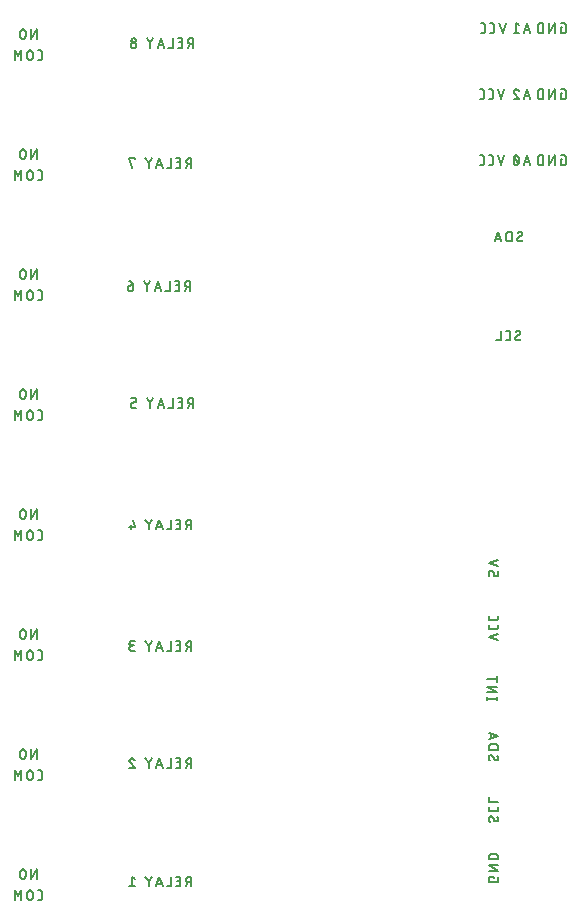
<source format=gbr>
G04 EAGLE Gerber RS-274X export*
G75*
%MOMM*%
%FSLAX34Y34*%
%LPD*%
%INSilkscreen Bottom*%
%IPPOS*%
%AMOC8*
5,1,8,0,0,1.08239X$1,22.5*%
G01*
%ADD10C,0.203200*%


D10*
X38732Y56896D02*
X38732Y65024D01*
X34217Y56896D01*
X34217Y65024D01*
X29283Y62766D02*
X29283Y59154D01*
X29284Y62766D02*
X29282Y62859D01*
X29276Y62952D01*
X29267Y63045D01*
X29253Y63138D01*
X29236Y63229D01*
X29215Y63320D01*
X29190Y63410D01*
X29162Y63499D01*
X29130Y63587D01*
X29094Y63673D01*
X29055Y63758D01*
X29012Y63841D01*
X28966Y63922D01*
X28916Y64001D01*
X28864Y64078D01*
X28808Y64153D01*
X28749Y64225D01*
X28687Y64295D01*
X28623Y64363D01*
X28555Y64427D01*
X28485Y64489D01*
X28413Y64548D01*
X28338Y64604D01*
X28261Y64656D01*
X28182Y64706D01*
X28101Y64752D01*
X28018Y64795D01*
X27933Y64834D01*
X27847Y64870D01*
X27759Y64902D01*
X27670Y64930D01*
X27580Y64955D01*
X27489Y64976D01*
X27398Y64993D01*
X27305Y65007D01*
X27212Y65016D01*
X27119Y65022D01*
X27026Y65024D01*
X26933Y65022D01*
X26840Y65016D01*
X26747Y65007D01*
X26654Y64993D01*
X26563Y64976D01*
X26472Y64955D01*
X26382Y64930D01*
X26293Y64902D01*
X26205Y64870D01*
X26119Y64834D01*
X26034Y64795D01*
X25951Y64752D01*
X25870Y64706D01*
X25791Y64656D01*
X25714Y64604D01*
X25639Y64548D01*
X25567Y64489D01*
X25497Y64427D01*
X25429Y64363D01*
X25365Y64295D01*
X25303Y64225D01*
X25244Y64153D01*
X25188Y64078D01*
X25136Y64001D01*
X25086Y63922D01*
X25040Y63841D01*
X24997Y63758D01*
X24958Y63673D01*
X24922Y63587D01*
X24890Y63499D01*
X24862Y63410D01*
X24837Y63320D01*
X24816Y63229D01*
X24799Y63138D01*
X24785Y63045D01*
X24776Y62952D01*
X24770Y62859D01*
X24768Y62766D01*
X24768Y59154D01*
X24770Y59061D01*
X24776Y58968D01*
X24785Y58875D01*
X24799Y58782D01*
X24816Y58691D01*
X24837Y58600D01*
X24862Y58510D01*
X24890Y58421D01*
X24922Y58333D01*
X24958Y58247D01*
X24997Y58162D01*
X25040Y58079D01*
X25086Y57998D01*
X25136Y57919D01*
X25188Y57842D01*
X25244Y57767D01*
X25303Y57695D01*
X25365Y57625D01*
X25429Y57557D01*
X25497Y57493D01*
X25567Y57431D01*
X25639Y57372D01*
X25714Y57316D01*
X25791Y57264D01*
X25870Y57214D01*
X25951Y57168D01*
X26034Y57125D01*
X26119Y57086D01*
X26205Y57050D01*
X26293Y57018D01*
X26382Y56990D01*
X26472Y56965D01*
X26563Y56944D01*
X26654Y56927D01*
X26747Y56913D01*
X26840Y56904D01*
X26933Y56898D01*
X27026Y56896D01*
X27119Y56898D01*
X27212Y56904D01*
X27305Y56913D01*
X27398Y56927D01*
X27489Y56944D01*
X27580Y56965D01*
X27670Y56990D01*
X27759Y57018D01*
X27847Y57050D01*
X27933Y57086D01*
X28018Y57125D01*
X28101Y57168D01*
X28182Y57214D01*
X28261Y57264D01*
X28338Y57316D01*
X28413Y57372D01*
X28485Y57431D01*
X28555Y57493D01*
X28623Y57557D01*
X28687Y57625D01*
X28749Y57695D01*
X28808Y57767D01*
X28864Y57842D01*
X28916Y57919D01*
X28966Y57998D01*
X29012Y58079D01*
X29055Y58162D01*
X29094Y58247D01*
X29130Y58333D01*
X29162Y58421D01*
X29190Y58510D01*
X29215Y58600D01*
X29236Y58691D01*
X29253Y58782D01*
X29267Y58875D01*
X29276Y58968D01*
X29282Y59061D01*
X29284Y59154D01*
X38732Y158496D02*
X38732Y166624D01*
X34217Y158496D01*
X34217Y166624D01*
X29283Y164366D02*
X29283Y160754D01*
X29284Y164366D02*
X29282Y164459D01*
X29276Y164552D01*
X29267Y164645D01*
X29253Y164738D01*
X29236Y164829D01*
X29215Y164920D01*
X29190Y165010D01*
X29162Y165099D01*
X29130Y165187D01*
X29094Y165273D01*
X29055Y165358D01*
X29012Y165441D01*
X28966Y165522D01*
X28916Y165601D01*
X28864Y165678D01*
X28808Y165753D01*
X28749Y165825D01*
X28687Y165895D01*
X28623Y165963D01*
X28555Y166027D01*
X28485Y166089D01*
X28413Y166148D01*
X28338Y166204D01*
X28261Y166256D01*
X28182Y166306D01*
X28101Y166352D01*
X28018Y166395D01*
X27933Y166434D01*
X27847Y166470D01*
X27759Y166502D01*
X27670Y166530D01*
X27580Y166555D01*
X27489Y166576D01*
X27398Y166593D01*
X27305Y166607D01*
X27212Y166616D01*
X27119Y166622D01*
X27026Y166624D01*
X26933Y166622D01*
X26840Y166616D01*
X26747Y166607D01*
X26654Y166593D01*
X26563Y166576D01*
X26472Y166555D01*
X26382Y166530D01*
X26293Y166502D01*
X26205Y166470D01*
X26119Y166434D01*
X26034Y166395D01*
X25951Y166352D01*
X25870Y166306D01*
X25791Y166256D01*
X25714Y166204D01*
X25639Y166148D01*
X25567Y166089D01*
X25497Y166027D01*
X25429Y165963D01*
X25365Y165895D01*
X25303Y165825D01*
X25244Y165753D01*
X25188Y165678D01*
X25136Y165601D01*
X25086Y165522D01*
X25040Y165441D01*
X24997Y165358D01*
X24958Y165273D01*
X24922Y165187D01*
X24890Y165099D01*
X24862Y165010D01*
X24837Y164920D01*
X24816Y164829D01*
X24799Y164738D01*
X24785Y164645D01*
X24776Y164552D01*
X24770Y164459D01*
X24768Y164366D01*
X24768Y160754D01*
X24770Y160661D01*
X24776Y160568D01*
X24785Y160475D01*
X24799Y160382D01*
X24816Y160291D01*
X24837Y160200D01*
X24862Y160110D01*
X24890Y160021D01*
X24922Y159933D01*
X24958Y159847D01*
X24997Y159762D01*
X25040Y159679D01*
X25086Y159598D01*
X25136Y159519D01*
X25188Y159442D01*
X25244Y159367D01*
X25303Y159295D01*
X25365Y159225D01*
X25429Y159157D01*
X25497Y159093D01*
X25567Y159031D01*
X25639Y158972D01*
X25714Y158916D01*
X25791Y158864D01*
X25870Y158814D01*
X25951Y158768D01*
X26034Y158725D01*
X26119Y158686D01*
X26205Y158650D01*
X26293Y158618D01*
X26382Y158590D01*
X26472Y158565D01*
X26563Y158544D01*
X26654Y158527D01*
X26747Y158513D01*
X26840Y158504D01*
X26933Y158498D01*
X27026Y158496D01*
X27119Y158498D01*
X27212Y158504D01*
X27305Y158513D01*
X27398Y158527D01*
X27489Y158544D01*
X27580Y158565D01*
X27670Y158590D01*
X27759Y158618D01*
X27847Y158650D01*
X27933Y158686D01*
X28018Y158725D01*
X28101Y158768D01*
X28182Y158814D01*
X28261Y158864D01*
X28338Y158916D01*
X28413Y158972D01*
X28485Y159031D01*
X28555Y159093D01*
X28623Y159157D01*
X28687Y159225D01*
X28749Y159295D01*
X28808Y159367D01*
X28864Y159442D01*
X28916Y159519D01*
X28966Y159598D01*
X29012Y159679D01*
X29055Y159762D01*
X29094Y159847D01*
X29130Y159933D01*
X29162Y160021D01*
X29190Y160110D01*
X29215Y160200D01*
X29236Y160291D01*
X29253Y160382D01*
X29267Y160475D01*
X29276Y160568D01*
X29282Y160661D01*
X29284Y160754D01*
X38732Y260096D02*
X38732Y268224D01*
X34217Y260096D01*
X34217Y268224D01*
X29283Y265966D02*
X29283Y262354D01*
X29284Y265966D02*
X29282Y266059D01*
X29276Y266152D01*
X29267Y266245D01*
X29253Y266338D01*
X29236Y266429D01*
X29215Y266520D01*
X29190Y266610D01*
X29162Y266699D01*
X29130Y266787D01*
X29094Y266873D01*
X29055Y266958D01*
X29012Y267041D01*
X28966Y267122D01*
X28916Y267201D01*
X28864Y267278D01*
X28808Y267353D01*
X28749Y267425D01*
X28687Y267495D01*
X28623Y267563D01*
X28555Y267627D01*
X28485Y267689D01*
X28413Y267748D01*
X28338Y267804D01*
X28261Y267856D01*
X28182Y267906D01*
X28101Y267952D01*
X28018Y267995D01*
X27933Y268034D01*
X27847Y268070D01*
X27759Y268102D01*
X27670Y268130D01*
X27580Y268155D01*
X27489Y268176D01*
X27398Y268193D01*
X27305Y268207D01*
X27212Y268216D01*
X27119Y268222D01*
X27026Y268224D01*
X26933Y268222D01*
X26840Y268216D01*
X26747Y268207D01*
X26654Y268193D01*
X26563Y268176D01*
X26472Y268155D01*
X26382Y268130D01*
X26293Y268102D01*
X26205Y268070D01*
X26119Y268034D01*
X26034Y267995D01*
X25951Y267952D01*
X25870Y267906D01*
X25791Y267856D01*
X25714Y267804D01*
X25639Y267748D01*
X25567Y267689D01*
X25497Y267627D01*
X25429Y267563D01*
X25365Y267495D01*
X25303Y267425D01*
X25244Y267353D01*
X25188Y267278D01*
X25136Y267201D01*
X25086Y267122D01*
X25040Y267041D01*
X24997Y266958D01*
X24958Y266873D01*
X24922Y266787D01*
X24890Y266699D01*
X24862Y266610D01*
X24837Y266520D01*
X24816Y266429D01*
X24799Y266338D01*
X24785Y266245D01*
X24776Y266152D01*
X24770Y266059D01*
X24768Y265966D01*
X24768Y262354D01*
X24770Y262261D01*
X24776Y262168D01*
X24785Y262075D01*
X24799Y261982D01*
X24816Y261891D01*
X24837Y261800D01*
X24862Y261710D01*
X24890Y261621D01*
X24922Y261533D01*
X24958Y261447D01*
X24997Y261362D01*
X25040Y261279D01*
X25086Y261198D01*
X25136Y261119D01*
X25188Y261042D01*
X25244Y260967D01*
X25303Y260895D01*
X25365Y260825D01*
X25429Y260757D01*
X25497Y260693D01*
X25567Y260631D01*
X25639Y260572D01*
X25714Y260516D01*
X25791Y260464D01*
X25870Y260414D01*
X25951Y260368D01*
X26034Y260325D01*
X26119Y260286D01*
X26205Y260250D01*
X26293Y260218D01*
X26382Y260190D01*
X26472Y260165D01*
X26563Y260144D01*
X26654Y260127D01*
X26747Y260113D01*
X26840Y260104D01*
X26933Y260098D01*
X27026Y260096D01*
X27119Y260098D01*
X27212Y260104D01*
X27305Y260113D01*
X27398Y260127D01*
X27489Y260144D01*
X27580Y260165D01*
X27670Y260190D01*
X27759Y260218D01*
X27847Y260250D01*
X27933Y260286D01*
X28018Y260325D01*
X28101Y260368D01*
X28182Y260414D01*
X28261Y260464D01*
X28338Y260516D01*
X28413Y260572D01*
X28485Y260631D01*
X28555Y260693D01*
X28623Y260757D01*
X28687Y260825D01*
X28749Y260895D01*
X28808Y260967D01*
X28864Y261042D01*
X28916Y261119D01*
X28966Y261198D01*
X29012Y261279D01*
X29055Y261362D01*
X29094Y261447D01*
X29130Y261533D01*
X29162Y261621D01*
X29190Y261710D01*
X29215Y261800D01*
X29236Y261891D01*
X29253Y261982D01*
X29267Y262075D01*
X29276Y262168D01*
X29282Y262261D01*
X29284Y262354D01*
X38732Y361696D02*
X38732Y369824D01*
X34217Y361696D01*
X34217Y369824D01*
X29283Y367566D02*
X29283Y363954D01*
X29284Y367566D02*
X29282Y367659D01*
X29276Y367752D01*
X29267Y367845D01*
X29253Y367938D01*
X29236Y368029D01*
X29215Y368120D01*
X29190Y368210D01*
X29162Y368299D01*
X29130Y368387D01*
X29094Y368473D01*
X29055Y368558D01*
X29012Y368641D01*
X28966Y368722D01*
X28916Y368801D01*
X28864Y368878D01*
X28808Y368953D01*
X28749Y369025D01*
X28687Y369095D01*
X28623Y369163D01*
X28555Y369227D01*
X28485Y369289D01*
X28413Y369348D01*
X28338Y369404D01*
X28261Y369456D01*
X28182Y369506D01*
X28101Y369552D01*
X28018Y369595D01*
X27933Y369634D01*
X27847Y369670D01*
X27759Y369702D01*
X27670Y369730D01*
X27580Y369755D01*
X27489Y369776D01*
X27398Y369793D01*
X27305Y369807D01*
X27212Y369816D01*
X27119Y369822D01*
X27026Y369824D01*
X26933Y369822D01*
X26840Y369816D01*
X26747Y369807D01*
X26654Y369793D01*
X26563Y369776D01*
X26472Y369755D01*
X26382Y369730D01*
X26293Y369702D01*
X26205Y369670D01*
X26119Y369634D01*
X26034Y369595D01*
X25951Y369552D01*
X25870Y369506D01*
X25791Y369456D01*
X25714Y369404D01*
X25639Y369348D01*
X25567Y369289D01*
X25497Y369227D01*
X25429Y369163D01*
X25365Y369095D01*
X25303Y369025D01*
X25244Y368953D01*
X25188Y368878D01*
X25136Y368801D01*
X25086Y368722D01*
X25040Y368641D01*
X24997Y368558D01*
X24958Y368473D01*
X24922Y368387D01*
X24890Y368299D01*
X24862Y368210D01*
X24837Y368120D01*
X24816Y368029D01*
X24799Y367938D01*
X24785Y367845D01*
X24776Y367752D01*
X24770Y367659D01*
X24768Y367566D01*
X24768Y363954D01*
X24770Y363861D01*
X24776Y363768D01*
X24785Y363675D01*
X24799Y363582D01*
X24816Y363491D01*
X24837Y363400D01*
X24862Y363310D01*
X24890Y363221D01*
X24922Y363133D01*
X24958Y363047D01*
X24997Y362962D01*
X25040Y362879D01*
X25086Y362798D01*
X25136Y362719D01*
X25188Y362642D01*
X25244Y362567D01*
X25303Y362495D01*
X25365Y362425D01*
X25429Y362357D01*
X25497Y362293D01*
X25567Y362231D01*
X25639Y362172D01*
X25714Y362116D01*
X25791Y362064D01*
X25870Y362014D01*
X25951Y361968D01*
X26034Y361925D01*
X26119Y361886D01*
X26205Y361850D01*
X26293Y361818D01*
X26382Y361790D01*
X26472Y361765D01*
X26563Y361744D01*
X26654Y361727D01*
X26747Y361713D01*
X26840Y361704D01*
X26933Y361698D01*
X27026Y361696D01*
X27119Y361698D01*
X27212Y361704D01*
X27305Y361713D01*
X27398Y361727D01*
X27489Y361744D01*
X27580Y361765D01*
X27670Y361790D01*
X27759Y361818D01*
X27847Y361850D01*
X27933Y361886D01*
X28018Y361925D01*
X28101Y361968D01*
X28182Y362014D01*
X28261Y362064D01*
X28338Y362116D01*
X28413Y362172D01*
X28485Y362231D01*
X28555Y362293D01*
X28623Y362357D01*
X28687Y362425D01*
X28749Y362495D01*
X28808Y362567D01*
X28864Y362642D01*
X28916Y362719D01*
X28966Y362798D01*
X29012Y362879D01*
X29055Y362962D01*
X29094Y363047D01*
X29130Y363133D01*
X29162Y363221D01*
X29190Y363310D01*
X29215Y363400D01*
X29236Y363491D01*
X29253Y363582D01*
X29267Y363675D01*
X29276Y363768D01*
X29282Y363861D01*
X29284Y363954D01*
X38732Y463296D02*
X38732Y471424D01*
X34217Y463296D01*
X34217Y471424D01*
X29283Y469166D02*
X29283Y465554D01*
X29284Y469166D02*
X29282Y469259D01*
X29276Y469352D01*
X29267Y469445D01*
X29253Y469538D01*
X29236Y469629D01*
X29215Y469720D01*
X29190Y469810D01*
X29162Y469899D01*
X29130Y469987D01*
X29094Y470073D01*
X29055Y470158D01*
X29012Y470241D01*
X28966Y470322D01*
X28916Y470401D01*
X28864Y470478D01*
X28808Y470553D01*
X28749Y470625D01*
X28687Y470695D01*
X28623Y470763D01*
X28555Y470827D01*
X28485Y470889D01*
X28413Y470948D01*
X28338Y471004D01*
X28261Y471056D01*
X28182Y471106D01*
X28101Y471152D01*
X28018Y471195D01*
X27933Y471234D01*
X27847Y471270D01*
X27759Y471302D01*
X27670Y471330D01*
X27580Y471355D01*
X27489Y471376D01*
X27398Y471393D01*
X27305Y471407D01*
X27212Y471416D01*
X27119Y471422D01*
X27026Y471424D01*
X26933Y471422D01*
X26840Y471416D01*
X26747Y471407D01*
X26654Y471393D01*
X26563Y471376D01*
X26472Y471355D01*
X26382Y471330D01*
X26293Y471302D01*
X26205Y471270D01*
X26119Y471234D01*
X26034Y471195D01*
X25951Y471152D01*
X25870Y471106D01*
X25791Y471056D01*
X25714Y471004D01*
X25639Y470948D01*
X25567Y470889D01*
X25497Y470827D01*
X25429Y470763D01*
X25365Y470695D01*
X25303Y470625D01*
X25244Y470553D01*
X25188Y470478D01*
X25136Y470401D01*
X25086Y470322D01*
X25040Y470241D01*
X24997Y470158D01*
X24958Y470073D01*
X24922Y469987D01*
X24890Y469899D01*
X24862Y469810D01*
X24837Y469720D01*
X24816Y469629D01*
X24799Y469538D01*
X24785Y469445D01*
X24776Y469352D01*
X24770Y469259D01*
X24768Y469166D01*
X24768Y465554D01*
X24770Y465461D01*
X24776Y465368D01*
X24785Y465275D01*
X24799Y465182D01*
X24816Y465091D01*
X24837Y465000D01*
X24862Y464910D01*
X24890Y464821D01*
X24922Y464733D01*
X24958Y464647D01*
X24997Y464562D01*
X25040Y464479D01*
X25086Y464398D01*
X25136Y464319D01*
X25188Y464242D01*
X25244Y464167D01*
X25303Y464095D01*
X25365Y464025D01*
X25429Y463957D01*
X25497Y463893D01*
X25567Y463831D01*
X25639Y463772D01*
X25714Y463716D01*
X25791Y463664D01*
X25870Y463614D01*
X25951Y463568D01*
X26034Y463525D01*
X26119Y463486D01*
X26205Y463450D01*
X26293Y463418D01*
X26382Y463390D01*
X26472Y463365D01*
X26563Y463344D01*
X26654Y463327D01*
X26747Y463313D01*
X26840Y463304D01*
X26933Y463298D01*
X27026Y463296D01*
X27119Y463298D01*
X27212Y463304D01*
X27305Y463313D01*
X27398Y463327D01*
X27489Y463344D01*
X27580Y463365D01*
X27670Y463390D01*
X27759Y463418D01*
X27847Y463450D01*
X27933Y463486D01*
X28018Y463525D01*
X28101Y463568D01*
X28182Y463614D01*
X28261Y463664D01*
X28338Y463716D01*
X28413Y463772D01*
X28485Y463831D01*
X28555Y463893D01*
X28623Y463957D01*
X28687Y464025D01*
X28749Y464095D01*
X28808Y464167D01*
X28864Y464242D01*
X28916Y464319D01*
X28966Y464398D01*
X29012Y464479D01*
X29055Y464562D01*
X29094Y464647D01*
X29130Y464733D01*
X29162Y464821D01*
X29190Y464910D01*
X29215Y465000D01*
X29236Y465091D01*
X29253Y465182D01*
X29267Y465275D01*
X29276Y465368D01*
X29282Y465461D01*
X29284Y465554D01*
X38732Y564896D02*
X38732Y573024D01*
X34217Y564896D01*
X34217Y573024D01*
X29283Y570766D02*
X29283Y567154D01*
X29284Y570766D02*
X29282Y570859D01*
X29276Y570952D01*
X29267Y571045D01*
X29253Y571138D01*
X29236Y571229D01*
X29215Y571320D01*
X29190Y571410D01*
X29162Y571499D01*
X29130Y571587D01*
X29094Y571673D01*
X29055Y571758D01*
X29012Y571841D01*
X28966Y571922D01*
X28916Y572001D01*
X28864Y572078D01*
X28808Y572153D01*
X28749Y572225D01*
X28687Y572295D01*
X28623Y572363D01*
X28555Y572427D01*
X28485Y572489D01*
X28413Y572548D01*
X28338Y572604D01*
X28261Y572656D01*
X28182Y572706D01*
X28101Y572752D01*
X28018Y572795D01*
X27933Y572834D01*
X27847Y572870D01*
X27759Y572902D01*
X27670Y572930D01*
X27580Y572955D01*
X27489Y572976D01*
X27398Y572993D01*
X27305Y573007D01*
X27212Y573016D01*
X27119Y573022D01*
X27026Y573024D01*
X26933Y573022D01*
X26840Y573016D01*
X26747Y573007D01*
X26654Y572993D01*
X26563Y572976D01*
X26472Y572955D01*
X26382Y572930D01*
X26293Y572902D01*
X26205Y572870D01*
X26119Y572834D01*
X26034Y572795D01*
X25951Y572752D01*
X25870Y572706D01*
X25791Y572656D01*
X25714Y572604D01*
X25639Y572548D01*
X25567Y572489D01*
X25497Y572427D01*
X25429Y572363D01*
X25365Y572295D01*
X25303Y572225D01*
X25244Y572153D01*
X25188Y572078D01*
X25136Y572001D01*
X25086Y571922D01*
X25040Y571841D01*
X24997Y571758D01*
X24958Y571673D01*
X24922Y571587D01*
X24890Y571499D01*
X24862Y571410D01*
X24837Y571320D01*
X24816Y571229D01*
X24799Y571138D01*
X24785Y571045D01*
X24776Y570952D01*
X24770Y570859D01*
X24768Y570766D01*
X24768Y567154D01*
X24770Y567061D01*
X24776Y566968D01*
X24785Y566875D01*
X24799Y566782D01*
X24816Y566691D01*
X24837Y566600D01*
X24862Y566510D01*
X24890Y566421D01*
X24922Y566333D01*
X24958Y566247D01*
X24997Y566162D01*
X25040Y566079D01*
X25086Y565998D01*
X25136Y565919D01*
X25188Y565842D01*
X25244Y565767D01*
X25303Y565695D01*
X25365Y565625D01*
X25429Y565557D01*
X25497Y565493D01*
X25567Y565431D01*
X25639Y565372D01*
X25714Y565316D01*
X25791Y565264D01*
X25870Y565214D01*
X25951Y565168D01*
X26034Y565125D01*
X26119Y565086D01*
X26205Y565050D01*
X26293Y565018D01*
X26382Y564990D01*
X26472Y564965D01*
X26563Y564944D01*
X26654Y564927D01*
X26747Y564913D01*
X26840Y564904D01*
X26933Y564898D01*
X27026Y564896D01*
X27119Y564898D01*
X27212Y564904D01*
X27305Y564913D01*
X27398Y564927D01*
X27489Y564944D01*
X27580Y564965D01*
X27670Y564990D01*
X27759Y565018D01*
X27847Y565050D01*
X27933Y565086D01*
X28018Y565125D01*
X28101Y565168D01*
X28182Y565214D01*
X28261Y565264D01*
X28338Y565316D01*
X28413Y565372D01*
X28485Y565431D01*
X28555Y565493D01*
X28623Y565557D01*
X28687Y565625D01*
X28749Y565695D01*
X28808Y565767D01*
X28864Y565842D01*
X28916Y565919D01*
X28966Y565998D01*
X29012Y566079D01*
X29055Y566162D01*
X29094Y566247D01*
X29130Y566333D01*
X29162Y566421D01*
X29190Y566510D01*
X29215Y566600D01*
X29236Y566691D01*
X29253Y566782D01*
X29267Y566875D01*
X29276Y566968D01*
X29282Y567061D01*
X29284Y567154D01*
X38732Y666496D02*
X38732Y674624D01*
X34217Y666496D01*
X34217Y674624D01*
X29283Y672366D02*
X29283Y668754D01*
X29284Y672366D02*
X29282Y672459D01*
X29276Y672552D01*
X29267Y672645D01*
X29253Y672738D01*
X29236Y672829D01*
X29215Y672920D01*
X29190Y673010D01*
X29162Y673099D01*
X29130Y673187D01*
X29094Y673273D01*
X29055Y673358D01*
X29012Y673441D01*
X28966Y673522D01*
X28916Y673601D01*
X28864Y673678D01*
X28808Y673753D01*
X28749Y673825D01*
X28687Y673895D01*
X28623Y673963D01*
X28555Y674027D01*
X28485Y674089D01*
X28413Y674148D01*
X28338Y674204D01*
X28261Y674256D01*
X28182Y674306D01*
X28101Y674352D01*
X28018Y674395D01*
X27933Y674434D01*
X27847Y674470D01*
X27759Y674502D01*
X27670Y674530D01*
X27580Y674555D01*
X27489Y674576D01*
X27398Y674593D01*
X27305Y674607D01*
X27212Y674616D01*
X27119Y674622D01*
X27026Y674624D01*
X26933Y674622D01*
X26840Y674616D01*
X26747Y674607D01*
X26654Y674593D01*
X26563Y674576D01*
X26472Y674555D01*
X26382Y674530D01*
X26293Y674502D01*
X26205Y674470D01*
X26119Y674434D01*
X26034Y674395D01*
X25951Y674352D01*
X25870Y674306D01*
X25791Y674256D01*
X25714Y674204D01*
X25639Y674148D01*
X25567Y674089D01*
X25497Y674027D01*
X25429Y673963D01*
X25365Y673895D01*
X25303Y673825D01*
X25244Y673753D01*
X25188Y673678D01*
X25136Y673601D01*
X25086Y673522D01*
X25040Y673441D01*
X24997Y673358D01*
X24958Y673273D01*
X24922Y673187D01*
X24890Y673099D01*
X24862Y673010D01*
X24837Y672920D01*
X24816Y672829D01*
X24799Y672738D01*
X24785Y672645D01*
X24776Y672552D01*
X24770Y672459D01*
X24768Y672366D01*
X24768Y668754D01*
X24770Y668661D01*
X24776Y668568D01*
X24785Y668475D01*
X24799Y668382D01*
X24816Y668291D01*
X24837Y668200D01*
X24862Y668110D01*
X24890Y668021D01*
X24922Y667933D01*
X24958Y667847D01*
X24997Y667762D01*
X25040Y667679D01*
X25086Y667598D01*
X25136Y667519D01*
X25188Y667442D01*
X25244Y667367D01*
X25303Y667295D01*
X25365Y667225D01*
X25429Y667157D01*
X25497Y667093D01*
X25567Y667031D01*
X25639Y666972D01*
X25714Y666916D01*
X25791Y666864D01*
X25870Y666814D01*
X25951Y666768D01*
X26034Y666725D01*
X26119Y666686D01*
X26205Y666650D01*
X26293Y666618D01*
X26382Y666590D01*
X26472Y666565D01*
X26563Y666544D01*
X26654Y666527D01*
X26747Y666513D01*
X26840Y666504D01*
X26933Y666498D01*
X27026Y666496D01*
X27119Y666498D01*
X27212Y666504D01*
X27305Y666513D01*
X27398Y666527D01*
X27489Y666544D01*
X27580Y666565D01*
X27670Y666590D01*
X27759Y666618D01*
X27847Y666650D01*
X27933Y666686D01*
X28018Y666725D01*
X28101Y666768D01*
X28182Y666814D01*
X28261Y666864D01*
X28338Y666916D01*
X28413Y666972D01*
X28485Y667031D01*
X28555Y667093D01*
X28623Y667157D01*
X28687Y667225D01*
X28749Y667295D01*
X28808Y667367D01*
X28864Y667442D01*
X28916Y667519D01*
X28966Y667598D01*
X29012Y667679D01*
X29055Y667762D01*
X29094Y667847D01*
X29130Y667933D01*
X29162Y668021D01*
X29190Y668110D01*
X29215Y668200D01*
X29236Y668291D01*
X29253Y668382D01*
X29267Y668475D01*
X29276Y668568D01*
X29282Y668661D01*
X29284Y668754D01*
X38732Y768096D02*
X38732Y776224D01*
X34217Y768096D01*
X34217Y776224D01*
X29283Y773966D02*
X29283Y770354D01*
X29284Y773966D02*
X29282Y774059D01*
X29276Y774152D01*
X29267Y774245D01*
X29253Y774338D01*
X29236Y774429D01*
X29215Y774520D01*
X29190Y774610D01*
X29162Y774699D01*
X29130Y774787D01*
X29094Y774873D01*
X29055Y774958D01*
X29012Y775041D01*
X28966Y775122D01*
X28916Y775201D01*
X28864Y775278D01*
X28808Y775353D01*
X28749Y775425D01*
X28687Y775495D01*
X28623Y775563D01*
X28555Y775627D01*
X28485Y775689D01*
X28413Y775748D01*
X28338Y775804D01*
X28261Y775856D01*
X28182Y775906D01*
X28101Y775952D01*
X28018Y775995D01*
X27933Y776034D01*
X27847Y776070D01*
X27759Y776102D01*
X27670Y776130D01*
X27580Y776155D01*
X27489Y776176D01*
X27398Y776193D01*
X27305Y776207D01*
X27212Y776216D01*
X27119Y776222D01*
X27026Y776224D01*
X26933Y776222D01*
X26840Y776216D01*
X26747Y776207D01*
X26654Y776193D01*
X26563Y776176D01*
X26472Y776155D01*
X26382Y776130D01*
X26293Y776102D01*
X26205Y776070D01*
X26119Y776034D01*
X26034Y775995D01*
X25951Y775952D01*
X25870Y775906D01*
X25791Y775856D01*
X25714Y775804D01*
X25639Y775748D01*
X25567Y775689D01*
X25497Y775627D01*
X25429Y775563D01*
X25365Y775495D01*
X25303Y775425D01*
X25244Y775353D01*
X25188Y775278D01*
X25136Y775201D01*
X25086Y775122D01*
X25040Y775041D01*
X24997Y774958D01*
X24958Y774873D01*
X24922Y774787D01*
X24890Y774699D01*
X24862Y774610D01*
X24837Y774520D01*
X24816Y774429D01*
X24799Y774338D01*
X24785Y774245D01*
X24776Y774152D01*
X24770Y774059D01*
X24768Y773966D01*
X24768Y770354D01*
X24770Y770261D01*
X24776Y770168D01*
X24785Y770075D01*
X24799Y769982D01*
X24816Y769891D01*
X24837Y769800D01*
X24862Y769710D01*
X24890Y769621D01*
X24922Y769533D01*
X24958Y769447D01*
X24997Y769362D01*
X25040Y769279D01*
X25086Y769198D01*
X25136Y769119D01*
X25188Y769042D01*
X25244Y768967D01*
X25303Y768895D01*
X25365Y768825D01*
X25429Y768757D01*
X25497Y768693D01*
X25567Y768631D01*
X25639Y768572D01*
X25714Y768516D01*
X25791Y768464D01*
X25870Y768414D01*
X25951Y768368D01*
X26034Y768325D01*
X26119Y768286D01*
X26205Y768250D01*
X26293Y768218D01*
X26382Y768190D01*
X26472Y768165D01*
X26563Y768144D01*
X26654Y768127D01*
X26747Y768113D01*
X26840Y768104D01*
X26933Y768098D01*
X27026Y768096D01*
X27119Y768098D01*
X27212Y768104D01*
X27305Y768113D01*
X27398Y768127D01*
X27489Y768144D01*
X27580Y768165D01*
X27670Y768190D01*
X27759Y768218D01*
X27847Y768250D01*
X27933Y768286D01*
X28018Y768325D01*
X28101Y768368D01*
X28182Y768414D01*
X28261Y768464D01*
X28338Y768516D01*
X28413Y768572D01*
X28485Y768631D01*
X28555Y768693D01*
X28623Y768757D01*
X28687Y768825D01*
X28749Y768895D01*
X28808Y768967D01*
X28864Y769042D01*
X28916Y769119D01*
X28966Y769198D01*
X29012Y769279D01*
X29055Y769362D01*
X29094Y769447D01*
X29130Y769533D01*
X29162Y769621D01*
X29190Y769710D01*
X29215Y769800D01*
X29236Y769891D01*
X29253Y769982D01*
X29267Y770075D01*
X29276Y770168D01*
X29282Y770261D01*
X29284Y770354D01*
X39484Y750316D02*
X41290Y750316D01*
X41373Y750318D01*
X41457Y750324D01*
X41540Y750333D01*
X41622Y750347D01*
X41703Y750364D01*
X41784Y750385D01*
X41864Y750410D01*
X41942Y750438D01*
X42019Y750470D01*
X42095Y750505D01*
X42169Y750544D01*
X42241Y750587D01*
X42311Y750632D01*
X42378Y750681D01*
X42444Y750733D01*
X42507Y750787D01*
X42567Y750845D01*
X42625Y750905D01*
X42679Y750968D01*
X42731Y751034D01*
X42780Y751101D01*
X42826Y751171D01*
X42868Y751243D01*
X42907Y751317D01*
X42942Y751393D01*
X42974Y751470D01*
X43002Y751548D01*
X43027Y751628D01*
X43048Y751709D01*
X43065Y751790D01*
X43079Y751873D01*
X43088Y751955D01*
X43094Y752039D01*
X43096Y752122D01*
X43096Y756638D01*
X43094Y756721D01*
X43088Y756805D01*
X43079Y756888D01*
X43065Y756970D01*
X43048Y757051D01*
X43027Y757132D01*
X43002Y757212D01*
X42974Y757290D01*
X42942Y757367D01*
X42907Y757443D01*
X42868Y757517D01*
X42826Y757589D01*
X42780Y757659D01*
X42731Y757726D01*
X42679Y757792D01*
X42625Y757855D01*
X42567Y757915D01*
X42507Y757973D01*
X42444Y758027D01*
X42378Y758079D01*
X42311Y758128D01*
X42241Y758173D01*
X42169Y758216D01*
X42095Y758255D01*
X42020Y758290D01*
X41942Y758322D01*
X41864Y758350D01*
X41784Y758375D01*
X41704Y758396D01*
X41622Y758413D01*
X41540Y758427D01*
X41457Y758436D01*
X41373Y758442D01*
X41290Y758444D01*
X39484Y758444D01*
X35430Y756186D02*
X35430Y752574D01*
X35430Y756186D02*
X35428Y756279D01*
X35422Y756372D01*
X35413Y756465D01*
X35399Y756558D01*
X35382Y756649D01*
X35361Y756740D01*
X35336Y756830D01*
X35308Y756919D01*
X35276Y757007D01*
X35240Y757093D01*
X35201Y757178D01*
X35158Y757261D01*
X35112Y757342D01*
X35062Y757421D01*
X35010Y757498D01*
X34954Y757573D01*
X34895Y757645D01*
X34833Y757715D01*
X34769Y757783D01*
X34701Y757847D01*
X34631Y757909D01*
X34559Y757968D01*
X34484Y758024D01*
X34407Y758076D01*
X34328Y758126D01*
X34247Y758172D01*
X34164Y758215D01*
X34079Y758254D01*
X33993Y758290D01*
X33905Y758322D01*
X33816Y758350D01*
X33726Y758375D01*
X33635Y758396D01*
X33544Y758413D01*
X33451Y758427D01*
X33358Y758436D01*
X33265Y758442D01*
X33172Y758444D01*
X33079Y758442D01*
X32986Y758436D01*
X32893Y758427D01*
X32800Y758413D01*
X32709Y758396D01*
X32618Y758375D01*
X32528Y758350D01*
X32439Y758322D01*
X32351Y758290D01*
X32265Y758254D01*
X32180Y758215D01*
X32097Y758172D01*
X32016Y758126D01*
X31937Y758076D01*
X31860Y758024D01*
X31785Y757968D01*
X31713Y757909D01*
X31643Y757847D01*
X31575Y757783D01*
X31511Y757715D01*
X31449Y757645D01*
X31390Y757573D01*
X31334Y757498D01*
X31282Y757421D01*
X31232Y757342D01*
X31186Y757261D01*
X31143Y757178D01*
X31104Y757093D01*
X31068Y757007D01*
X31036Y756919D01*
X31008Y756830D01*
X30983Y756740D01*
X30962Y756649D01*
X30945Y756558D01*
X30931Y756465D01*
X30922Y756372D01*
X30916Y756279D01*
X30914Y756186D01*
X30914Y752574D01*
X30916Y752481D01*
X30922Y752388D01*
X30931Y752295D01*
X30945Y752202D01*
X30962Y752111D01*
X30983Y752020D01*
X31008Y751930D01*
X31036Y751841D01*
X31068Y751753D01*
X31104Y751667D01*
X31143Y751582D01*
X31186Y751499D01*
X31232Y751418D01*
X31282Y751339D01*
X31334Y751262D01*
X31390Y751187D01*
X31449Y751115D01*
X31511Y751045D01*
X31575Y750977D01*
X31643Y750913D01*
X31713Y750851D01*
X31785Y750792D01*
X31860Y750736D01*
X31937Y750684D01*
X32016Y750634D01*
X32097Y750588D01*
X32180Y750545D01*
X32265Y750506D01*
X32351Y750470D01*
X32439Y750438D01*
X32528Y750410D01*
X32618Y750385D01*
X32709Y750364D01*
X32800Y750347D01*
X32893Y750333D01*
X32986Y750324D01*
X33079Y750318D01*
X33172Y750316D01*
X33265Y750318D01*
X33358Y750324D01*
X33451Y750333D01*
X33544Y750347D01*
X33635Y750364D01*
X33726Y750385D01*
X33816Y750410D01*
X33905Y750438D01*
X33993Y750470D01*
X34079Y750506D01*
X34164Y750545D01*
X34247Y750588D01*
X34328Y750634D01*
X34407Y750684D01*
X34484Y750736D01*
X34559Y750792D01*
X34631Y750851D01*
X34701Y750913D01*
X34769Y750977D01*
X34833Y751045D01*
X34895Y751115D01*
X34954Y751187D01*
X35010Y751262D01*
X35062Y751339D01*
X35112Y751418D01*
X35158Y751499D01*
X35201Y751582D01*
X35240Y751667D01*
X35276Y751753D01*
X35308Y751841D01*
X35336Y751930D01*
X35361Y752020D01*
X35382Y752111D01*
X35399Y752202D01*
X35413Y752295D01*
X35422Y752388D01*
X35428Y752481D01*
X35430Y752574D01*
X25823Y750316D02*
X25823Y758444D01*
X23113Y753928D01*
X20404Y758444D01*
X20404Y750316D01*
X39484Y648716D02*
X41290Y648716D01*
X41373Y648718D01*
X41457Y648724D01*
X41540Y648733D01*
X41622Y648747D01*
X41703Y648764D01*
X41784Y648785D01*
X41864Y648810D01*
X41942Y648838D01*
X42019Y648870D01*
X42095Y648905D01*
X42169Y648944D01*
X42241Y648987D01*
X42311Y649032D01*
X42378Y649081D01*
X42444Y649133D01*
X42507Y649187D01*
X42567Y649245D01*
X42625Y649305D01*
X42679Y649368D01*
X42731Y649434D01*
X42780Y649501D01*
X42826Y649571D01*
X42868Y649643D01*
X42907Y649717D01*
X42942Y649793D01*
X42974Y649870D01*
X43002Y649948D01*
X43027Y650028D01*
X43048Y650109D01*
X43065Y650190D01*
X43079Y650273D01*
X43088Y650355D01*
X43094Y650439D01*
X43096Y650522D01*
X43096Y655038D01*
X43094Y655121D01*
X43088Y655205D01*
X43079Y655288D01*
X43065Y655370D01*
X43048Y655451D01*
X43027Y655532D01*
X43002Y655612D01*
X42974Y655690D01*
X42942Y655767D01*
X42907Y655843D01*
X42868Y655917D01*
X42826Y655989D01*
X42780Y656059D01*
X42731Y656126D01*
X42679Y656192D01*
X42625Y656255D01*
X42567Y656315D01*
X42507Y656373D01*
X42444Y656427D01*
X42378Y656479D01*
X42311Y656528D01*
X42241Y656573D01*
X42169Y656616D01*
X42095Y656655D01*
X42020Y656690D01*
X41942Y656722D01*
X41864Y656750D01*
X41784Y656775D01*
X41704Y656796D01*
X41622Y656813D01*
X41540Y656827D01*
X41457Y656836D01*
X41373Y656842D01*
X41290Y656844D01*
X39484Y656844D01*
X35430Y654586D02*
X35430Y650974D01*
X35430Y654586D02*
X35428Y654679D01*
X35422Y654772D01*
X35413Y654865D01*
X35399Y654958D01*
X35382Y655049D01*
X35361Y655140D01*
X35336Y655230D01*
X35308Y655319D01*
X35276Y655407D01*
X35240Y655493D01*
X35201Y655578D01*
X35158Y655661D01*
X35112Y655742D01*
X35062Y655821D01*
X35010Y655898D01*
X34954Y655973D01*
X34895Y656045D01*
X34833Y656115D01*
X34769Y656183D01*
X34701Y656247D01*
X34631Y656309D01*
X34559Y656368D01*
X34484Y656424D01*
X34407Y656476D01*
X34328Y656526D01*
X34247Y656572D01*
X34164Y656615D01*
X34079Y656654D01*
X33993Y656690D01*
X33905Y656722D01*
X33816Y656750D01*
X33726Y656775D01*
X33635Y656796D01*
X33544Y656813D01*
X33451Y656827D01*
X33358Y656836D01*
X33265Y656842D01*
X33172Y656844D01*
X33079Y656842D01*
X32986Y656836D01*
X32893Y656827D01*
X32800Y656813D01*
X32709Y656796D01*
X32618Y656775D01*
X32528Y656750D01*
X32439Y656722D01*
X32351Y656690D01*
X32265Y656654D01*
X32180Y656615D01*
X32097Y656572D01*
X32016Y656526D01*
X31937Y656476D01*
X31860Y656424D01*
X31785Y656368D01*
X31713Y656309D01*
X31643Y656247D01*
X31575Y656183D01*
X31511Y656115D01*
X31449Y656045D01*
X31390Y655973D01*
X31334Y655898D01*
X31282Y655821D01*
X31232Y655742D01*
X31186Y655661D01*
X31143Y655578D01*
X31104Y655493D01*
X31068Y655407D01*
X31036Y655319D01*
X31008Y655230D01*
X30983Y655140D01*
X30962Y655049D01*
X30945Y654958D01*
X30931Y654865D01*
X30922Y654772D01*
X30916Y654679D01*
X30914Y654586D01*
X30914Y650974D01*
X30916Y650881D01*
X30922Y650788D01*
X30931Y650695D01*
X30945Y650602D01*
X30962Y650511D01*
X30983Y650420D01*
X31008Y650330D01*
X31036Y650241D01*
X31068Y650153D01*
X31104Y650067D01*
X31143Y649982D01*
X31186Y649899D01*
X31232Y649818D01*
X31282Y649739D01*
X31334Y649662D01*
X31390Y649587D01*
X31449Y649515D01*
X31511Y649445D01*
X31575Y649377D01*
X31643Y649313D01*
X31713Y649251D01*
X31785Y649192D01*
X31860Y649136D01*
X31937Y649084D01*
X32016Y649034D01*
X32097Y648988D01*
X32180Y648945D01*
X32265Y648906D01*
X32351Y648870D01*
X32439Y648838D01*
X32528Y648810D01*
X32618Y648785D01*
X32709Y648764D01*
X32800Y648747D01*
X32893Y648733D01*
X32986Y648724D01*
X33079Y648718D01*
X33172Y648716D01*
X33265Y648718D01*
X33358Y648724D01*
X33451Y648733D01*
X33544Y648747D01*
X33635Y648764D01*
X33726Y648785D01*
X33816Y648810D01*
X33905Y648838D01*
X33993Y648870D01*
X34079Y648906D01*
X34164Y648945D01*
X34247Y648988D01*
X34328Y649034D01*
X34407Y649084D01*
X34484Y649136D01*
X34559Y649192D01*
X34631Y649251D01*
X34701Y649313D01*
X34769Y649377D01*
X34833Y649445D01*
X34895Y649515D01*
X34954Y649587D01*
X35010Y649662D01*
X35062Y649739D01*
X35112Y649818D01*
X35158Y649899D01*
X35201Y649982D01*
X35240Y650067D01*
X35276Y650153D01*
X35308Y650241D01*
X35336Y650330D01*
X35361Y650420D01*
X35382Y650511D01*
X35399Y650602D01*
X35413Y650695D01*
X35422Y650788D01*
X35428Y650881D01*
X35430Y650974D01*
X25823Y648716D02*
X25823Y656844D01*
X23113Y652328D01*
X20404Y656844D01*
X20404Y648716D01*
X39484Y547116D02*
X41290Y547116D01*
X41373Y547118D01*
X41457Y547124D01*
X41540Y547133D01*
X41622Y547147D01*
X41703Y547164D01*
X41784Y547185D01*
X41864Y547210D01*
X41942Y547238D01*
X42019Y547270D01*
X42095Y547305D01*
X42169Y547344D01*
X42241Y547387D01*
X42311Y547432D01*
X42378Y547481D01*
X42444Y547533D01*
X42507Y547587D01*
X42567Y547645D01*
X42625Y547705D01*
X42679Y547768D01*
X42731Y547834D01*
X42780Y547901D01*
X42826Y547971D01*
X42868Y548043D01*
X42907Y548117D01*
X42942Y548193D01*
X42974Y548270D01*
X43002Y548348D01*
X43027Y548428D01*
X43048Y548509D01*
X43065Y548590D01*
X43079Y548673D01*
X43088Y548755D01*
X43094Y548839D01*
X43096Y548922D01*
X43096Y553438D01*
X43094Y553521D01*
X43088Y553605D01*
X43079Y553688D01*
X43065Y553770D01*
X43048Y553851D01*
X43027Y553932D01*
X43002Y554012D01*
X42974Y554090D01*
X42942Y554167D01*
X42907Y554243D01*
X42868Y554317D01*
X42826Y554389D01*
X42780Y554459D01*
X42731Y554526D01*
X42679Y554592D01*
X42625Y554655D01*
X42567Y554715D01*
X42507Y554773D01*
X42444Y554827D01*
X42378Y554879D01*
X42311Y554928D01*
X42241Y554973D01*
X42169Y555016D01*
X42095Y555055D01*
X42020Y555090D01*
X41942Y555122D01*
X41864Y555150D01*
X41784Y555175D01*
X41704Y555196D01*
X41622Y555213D01*
X41540Y555227D01*
X41457Y555236D01*
X41373Y555242D01*
X41290Y555244D01*
X39484Y555244D01*
X35430Y552986D02*
X35430Y549374D01*
X35430Y552986D02*
X35428Y553079D01*
X35422Y553172D01*
X35413Y553265D01*
X35399Y553358D01*
X35382Y553449D01*
X35361Y553540D01*
X35336Y553630D01*
X35308Y553719D01*
X35276Y553807D01*
X35240Y553893D01*
X35201Y553978D01*
X35158Y554061D01*
X35112Y554142D01*
X35062Y554221D01*
X35010Y554298D01*
X34954Y554373D01*
X34895Y554445D01*
X34833Y554515D01*
X34769Y554583D01*
X34701Y554647D01*
X34631Y554709D01*
X34559Y554768D01*
X34484Y554824D01*
X34407Y554876D01*
X34328Y554926D01*
X34247Y554972D01*
X34164Y555015D01*
X34079Y555054D01*
X33993Y555090D01*
X33905Y555122D01*
X33816Y555150D01*
X33726Y555175D01*
X33635Y555196D01*
X33544Y555213D01*
X33451Y555227D01*
X33358Y555236D01*
X33265Y555242D01*
X33172Y555244D01*
X33079Y555242D01*
X32986Y555236D01*
X32893Y555227D01*
X32800Y555213D01*
X32709Y555196D01*
X32618Y555175D01*
X32528Y555150D01*
X32439Y555122D01*
X32351Y555090D01*
X32265Y555054D01*
X32180Y555015D01*
X32097Y554972D01*
X32016Y554926D01*
X31937Y554876D01*
X31860Y554824D01*
X31785Y554768D01*
X31713Y554709D01*
X31643Y554647D01*
X31575Y554583D01*
X31511Y554515D01*
X31449Y554445D01*
X31390Y554373D01*
X31334Y554298D01*
X31282Y554221D01*
X31232Y554142D01*
X31186Y554061D01*
X31143Y553978D01*
X31104Y553893D01*
X31068Y553807D01*
X31036Y553719D01*
X31008Y553630D01*
X30983Y553540D01*
X30962Y553449D01*
X30945Y553358D01*
X30931Y553265D01*
X30922Y553172D01*
X30916Y553079D01*
X30914Y552986D01*
X30914Y549374D01*
X30916Y549281D01*
X30922Y549188D01*
X30931Y549095D01*
X30945Y549002D01*
X30962Y548911D01*
X30983Y548820D01*
X31008Y548730D01*
X31036Y548641D01*
X31068Y548553D01*
X31104Y548467D01*
X31143Y548382D01*
X31186Y548299D01*
X31232Y548218D01*
X31282Y548139D01*
X31334Y548062D01*
X31390Y547987D01*
X31449Y547915D01*
X31511Y547845D01*
X31575Y547777D01*
X31643Y547713D01*
X31713Y547651D01*
X31785Y547592D01*
X31860Y547536D01*
X31937Y547484D01*
X32016Y547434D01*
X32097Y547388D01*
X32180Y547345D01*
X32265Y547306D01*
X32351Y547270D01*
X32439Y547238D01*
X32528Y547210D01*
X32618Y547185D01*
X32709Y547164D01*
X32800Y547147D01*
X32893Y547133D01*
X32986Y547124D01*
X33079Y547118D01*
X33172Y547116D01*
X33265Y547118D01*
X33358Y547124D01*
X33451Y547133D01*
X33544Y547147D01*
X33635Y547164D01*
X33726Y547185D01*
X33816Y547210D01*
X33905Y547238D01*
X33993Y547270D01*
X34079Y547306D01*
X34164Y547345D01*
X34247Y547388D01*
X34328Y547434D01*
X34407Y547484D01*
X34484Y547536D01*
X34559Y547592D01*
X34631Y547651D01*
X34701Y547713D01*
X34769Y547777D01*
X34833Y547845D01*
X34895Y547915D01*
X34954Y547987D01*
X35010Y548062D01*
X35062Y548139D01*
X35112Y548218D01*
X35158Y548299D01*
X35201Y548382D01*
X35240Y548467D01*
X35276Y548553D01*
X35308Y548641D01*
X35336Y548730D01*
X35361Y548820D01*
X35382Y548911D01*
X35399Y549002D01*
X35413Y549095D01*
X35422Y549188D01*
X35428Y549281D01*
X35430Y549374D01*
X25823Y547116D02*
X25823Y555244D01*
X23113Y550728D01*
X20404Y555244D01*
X20404Y547116D01*
X39484Y445516D02*
X41290Y445516D01*
X41373Y445518D01*
X41457Y445524D01*
X41540Y445533D01*
X41622Y445547D01*
X41703Y445564D01*
X41784Y445585D01*
X41864Y445610D01*
X41942Y445638D01*
X42019Y445670D01*
X42095Y445705D01*
X42169Y445744D01*
X42241Y445787D01*
X42311Y445832D01*
X42378Y445881D01*
X42444Y445933D01*
X42507Y445987D01*
X42567Y446045D01*
X42625Y446105D01*
X42679Y446168D01*
X42731Y446234D01*
X42780Y446301D01*
X42826Y446371D01*
X42868Y446443D01*
X42907Y446517D01*
X42942Y446593D01*
X42974Y446670D01*
X43002Y446748D01*
X43027Y446828D01*
X43048Y446909D01*
X43065Y446990D01*
X43079Y447073D01*
X43088Y447155D01*
X43094Y447239D01*
X43096Y447322D01*
X43096Y451838D01*
X43094Y451921D01*
X43088Y452005D01*
X43079Y452088D01*
X43065Y452170D01*
X43048Y452251D01*
X43027Y452332D01*
X43002Y452412D01*
X42974Y452490D01*
X42942Y452567D01*
X42907Y452643D01*
X42868Y452717D01*
X42826Y452789D01*
X42780Y452859D01*
X42731Y452926D01*
X42679Y452992D01*
X42625Y453055D01*
X42567Y453115D01*
X42507Y453173D01*
X42444Y453227D01*
X42378Y453279D01*
X42311Y453328D01*
X42241Y453373D01*
X42169Y453416D01*
X42095Y453455D01*
X42020Y453490D01*
X41942Y453522D01*
X41864Y453550D01*
X41784Y453575D01*
X41704Y453596D01*
X41622Y453613D01*
X41540Y453627D01*
X41457Y453636D01*
X41373Y453642D01*
X41290Y453644D01*
X39484Y453644D01*
X35430Y451386D02*
X35430Y447774D01*
X35430Y451386D02*
X35428Y451479D01*
X35422Y451572D01*
X35413Y451665D01*
X35399Y451758D01*
X35382Y451849D01*
X35361Y451940D01*
X35336Y452030D01*
X35308Y452119D01*
X35276Y452207D01*
X35240Y452293D01*
X35201Y452378D01*
X35158Y452461D01*
X35112Y452542D01*
X35062Y452621D01*
X35010Y452698D01*
X34954Y452773D01*
X34895Y452845D01*
X34833Y452915D01*
X34769Y452983D01*
X34701Y453047D01*
X34631Y453109D01*
X34559Y453168D01*
X34484Y453224D01*
X34407Y453276D01*
X34328Y453326D01*
X34247Y453372D01*
X34164Y453415D01*
X34079Y453454D01*
X33993Y453490D01*
X33905Y453522D01*
X33816Y453550D01*
X33726Y453575D01*
X33635Y453596D01*
X33544Y453613D01*
X33451Y453627D01*
X33358Y453636D01*
X33265Y453642D01*
X33172Y453644D01*
X33079Y453642D01*
X32986Y453636D01*
X32893Y453627D01*
X32800Y453613D01*
X32709Y453596D01*
X32618Y453575D01*
X32528Y453550D01*
X32439Y453522D01*
X32351Y453490D01*
X32265Y453454D01*
X32180Y453415D01*
X32097Y453372D01*
X32016Y453326D01*
X31937Y453276D01*
X31860Y453224D01*
X31785Y453168D01*
X31713Y453109D01*
X31643Y453047D01*
X31575Y452983D01*
X31511Y452915D01*
X31449Y452845D01*
X31390Y452773D01*
X31334Y452698D01*
X31282Y452621D01*
X31232Y452542D01*
X31186Y452461D01*
X31143Y452378D01*
X31104Y452293D01*
X31068Y452207D01*
X31036Y452119D01*
X31008Y452030D01*
X30983Y451940D01*
X30962Y451849D01*
X30945Y451758D01*
X30931Y451665D01*
X30922Y451572D01*
X30916Y451479D01*
X30914Y451386D01*
X30914Y447774D01*
X30916Y447681D01*
X30922Y447588D01*
X30931Y447495D01*
X30945Y447402D01*
X30962Y447311D01*
X30983Y447220D01*
X31008Y447130D01*
X31036Y447041D01*
X31068Y446953D01*
X31104Y446867D01*
X31143Y446782D01*
X31186Y446699D01*
X31232Y446618D01*
X31282Y446539D01*
X31334Y446462D01*
X31390Y446387D01*
X31449Y446315D01*
X31511Y446245D01*
X31575Y446177D01*
X31643Y446113D01*
X31713Y446051D01*
X31785Y445992D01*
X31860Y445936D01*
X31937Y445884D01*
X32016Y445834D01*
X32097Y445788D01*
X32180Y445745D01*
X32265Y445706D01*
X32351Y445670D01*
X32439Y445638D01*
X32528Y445610D01*
X32618Y445585D01*
X32709Y445564D01*
X32800Y445547D01*
X32893Y445533D01*
X32986Y445524D01*
X33079Y445518D01*
X33172Y445516D01*
X33265Y445518D01*
X33358Y445524D01*
X33451Y445533D01*
X33544Y445547D01*
X33635Y445564D01*
X33726Y445585D01*
X33816Y445610D01*
X33905Y445638D01*
X33993Y445670D01*
X34079Y445706D01*
X34164Y445745D01*
X34247Y445788D01*
X34328Y445834D01*
X34407Y445884D01*
X34484Y445936D01*
X34559Y445992D01*
X34631Y446051D01*
X34701Y446113D01*
X34769Y446177D01*
X34833Y446245D01*
X34895Y446315D01*
X34954Y446387D01*
X35010Y446462D01*
X35062Y446539D01*
X35112Y446618D01*
X35158Y446699D01*
X35201Y446782D01*
X35240Y446867D01*
X35276Y446953D01*
X35308Y447041D01*
X35336Y447130D01*
X35361Y447220D01*
X35382Y447311D01*
X35399Y447402D01*
X35413Y447495D01*
X35422Y447588D01*
X35428Y447681D01*
X35430Y447774D01*
X25823Y445516D02*
X25823Y453644D01*
X23113Y449128D01*
X20404Y453644D01*
X20404Y445516D01*
X39484Y343916D02*
X41290Y343916D01*
X41373Y343918D01*
X41457Y343924D01*
X41540Y343933D01*
X41622Y343947D01*
X41703Y343964D01*
X41784Y343985D01*
X41864Y344010D01*
X41942Y344038D01*
X42019Y344070D01*
X42095Y344105D01*
X42169Y344144D01*
X42241Y344187D01*
X42311Y344232D01*
X42378Y344281D01*
X42444Y344333D01*
X42507Y344387D01*
X42567Y344445D01*
X42625Y344505D01*
X42679Y344568D01*
X42731Y344634D01*
X42780Y344701D01*
X42826Y344771D01*
X42868Y344843D01*
X42907Y344917D01*
X42942Y344993D01*
X42974Y345070D01*
X43002Y345148D01*
X43027Y345228D01*
X43048Y345309D01*
X43065Y345390D01*
X43079Y345473D01*
X43088Y345555D01*
X43094Y345639D01*
X43096Y345722D01*
X43096Y350238D01*
X43094Y350321D01*
X43088Y350405D01*
X43079Y350488D01*
X43065Y350570D01*
X43048Y350651D01*
X43027Y350732D01*
X43002Y350812D01*
X42974Y350890D01*
X42942Y350967D01*
X42907Y351043D01*
X42868Y351117D01*
X42826Y351189D01*
X42780Y351259D01*
X42731Y351326D01*
X42679Y351392D01*
X42625Y351455D01*
X42567Y351515D01*
X42507Y351573D01*
X42444Y351627D01*
X42378Y351679D01*
X42311Y351728D01*
X42241Y351773D01*
X42169Y351816D01*
X42095Y351855D01*
X42020Y351890D01*
X41942Y351922D01*
X41864Y351950D01*
X41784Y351975D01*
X41704Y351996D01*
X41622Y352013D01*
X41540Y352027D01*
X41457Y352036D01*
X41373Y352042D01*
X41290Y352044D01*
X39484Y352044D01*
X35430Y349786D02*
X35430Y346174D01*
X35430Y349786D02*
X35428Y349879D01*
X35422Y349972D01*
X35413Y350065D01*
X35399Y350158D01*
X35382Y350249D01*
X35361Y350340D01*
X35336Y350430D01*
X35308Y350519D01*
X35276Y350607D01*
X35240Y350693D01*
X35201Y350778D01*
X35158Y350861D01*
X35112Y350942D01*
X35062Y351021D01*
X35010Y351098D01*
X34954Y351173D01*
X34895Y351245D01*
X34833Y351315D01*
X34769Y351383D01*
X34701Y351447D01*
X34631Y351509D01*
X34559Y351568D01*
X34484Y351624D01*
X34407Y351676D01*
X34328Y351726D01*
X34247Y351772D01*
X34164Y351815D01*
X34079Y351854D01*
X33993Y351890D01*
X33905Y351922D01*
X33816Y351950D01*
X33726Y351975D01*
X33635Y351996D01*
X33544Y352013D01*
X33451Y352027D01*
X33358Y352036D01*
X33265Y352042D01*
X33172Y352044D01*
X33079Y352042D01*
X32986Y352036D01*
X32893Y352027D01*
X32800Y352013D01*
X32709Y351996D01*
X32618Y351975D01*
X32528Y351950D01*
X32439Y351922D01*
X32351Y351890D01*
X32265Y351854D01*
X32180Y351815D01*
X32097Y351772D01*
X32016Y351726D01*
X31937Y351676D01*
X31860Y351624D01*
X31785Y351568D01*
X31713Y351509D01*
X31643Y351447D01*
X31575Y351383D01*
X31511Y351315D01*
X31449Y351245D01*
X31390Y351173D01*
X31334Y351098D01*
X31282Y351021D01*
X31232Y350942D01*
X31186Y350861D01*
X31143Y350778D01*
X31104Y350693D01*
X31068Y350607D01*
X31036Y350519D01*
X31008Y350430D01*
X30983Y350340D01*
X30962Y350249D01*
X30945Y350158D01*
X30931Y350065D01*
X30922Y349972D01*
X30916Y349879D01*
X30914Y349786D01*
X30914Y346174D01*
X30916Y346081D01*
X30922Y345988D01*
X30931Y345895D01*
X30945Y345802D01*
X30962Y345711D01*
X30983Y345620D01*
X31008Y345530D01*
X31036Y345441D01*
X31068Y345353D01*
X31104Y345267D01*
X31143Y345182D01*
X31186Y345099D01*
X31232Y345018D01*
X31282Y344939D01*
X31334Y344862D01*
X31390Y344787D01*
X31449Y344715D01*
X31511Y344645D01*
X31575Y344577D01*
X31643Y344513D01*
X31713Y344451D01*
X31785Y344392D01*
X31860Y344336D01*
X31937Y344284D01*
X32016Y344234D01*
X32097Y344188D01*
X32180Y344145D01*
X32265Y344106D01*
X32351Y344070D01*
X32439Y344038D01*
X32528Y344010D01*
X32618Y343985D01*
X32709Y343964D01*
X32800Y343947D01*
X32893Y343933D01*
X32986Y343924D01*
X33079Y343918D01*
X33172Y343916D01*
X33265Y343918D01*
X33358Y343924D01*
X33451Y343933D01*
X33544Y343947D01*
X33635Y343964D01*
X33726Y343985D01*
X33816Y344010D01*
X33905Y344038D01*
X33993Y344070D01*
X34079Y344106D01*
X34164Y344145D01*
X34247Y344188D01*
X34328Y344234D01*
X34407Y344284D01*
X34484Y344336D01*
X34559Y344392D01*
X34631Y344451D01*
X34701Y344513D01*
X34769Y344577D01*
X34833Y344645D01*
X34895Y344715D01*
X34954Y344787D01*
X35010Y344862D01*
X35062Y344939D01*
X35112Y345018D01*
X35158Y345099D01*
X35201Y345182D01*
X35240Y345267D01*
X35276Y345353D01*
X35308Y345441D01*
X35336Y345530D01*
X35361Y345620D01*
X35382Y345711D01*
X35399Y345802D01*
X35413Y345895D01*
X35422Y345988D01*
X35428Y346081D01*
X35430Y346174D01*
X25823Y343916D02*
X25823Y352044D01*
X23113Y347528D01*
X20404Y352044D01*
X20404Y343916D01*
X39484Y242316D02*
X41290Y242316D01*
X41373Y242318D01*
X41457Y242324D01*
X41540Y242333D01*
X41622Y242347D01*
X41703Y242364D01*
X41784Y242385D01*
X41864Y242410D01*
X41942Y242438D01*
X42019Y242470D01*
X42095Y242505D01*
X42169Y242544D01*
X42241Y242587D01*
X42311Y242632D01*
X42378Y242681D01*
X42444Y242733D01*
X42507Y242787D01*
X42567Y242845D01*
X42625Y242905D01*
X42679Y242968D01*
X42731Y243034D01*
X42780Y243101D01*
X42826Y243171D01*
X42868Y243243D01*
X42907Y243317D01*
X42942Y243393D01*
X42974Y243470D01*
X43002Y243548D01*
X43027Y243628D01*
X43048Y243709D01*
X43065Y243790D01*
X43079Y243873D01*
X43088Y243955D01*
X43094Y244039D01*
X43096Y244122D01*
X43096Y248638D01*
X43094Y248721D01*
X43088Y248805D01*
X43079Y248888D01*
X43065Y248970D01*
X43048Y249051D01*
X43027Y249132D01*
X43002Y249212D01*
X42974Y249290D01*
X42942Y249367D01*
X42907Y249443D01*
X42868Y249517D01*
X42826Y249589D01*
X42780Y249659D01*
X42731Y249726D01*
X42679Y249792D01*
X42625Y249855D01*
X42567Y249915D01*
X42507Y249973D01*
X42444Y250027D01*
X42378Y250079D01*
X42311Y250128D01*
X42241Y250173D01*
X42169Y250216D01*
X42095Y250255D01*
X42020Y250290D01*
X41942Y250322D01*
X41864Y250350D01*
X41784Y250375D01*
X41704Y250396D01*
X41622Y250413D01*
X41540Y250427D01*
X41457Y250436D01*
X41373Y250442D01*
X41290Y250444D01*
X39484Y250444D01*
X35430Y248186D02*
X35430Y244574D01*
X35430Y248186D02*
X35428Y248279D01*
X35422Y248372D01*
X35413Y248465D01*
X35399Y248558D01*
X35382Y248649D01*
X35361Y248740D01*
X35336Y248830D01*
X35308Y248919D01*
X35276Y249007D01*
X35240Y249093D01*
X35201Y249178D01*
X35158Y249261D01*
X35112Y249342D01*
X35062Y249421D01*
X35010Y249498D01*
X34954Y249573D01*
X34895Y249645D01*
X34833Y249715D01*
X34769Y249783D01*
X34701Y249847D01*
X34631Y249909D01*
X34559Y249968D01*
X34484Y250024D01*
X34407Y250076D01*
X34328Y250126D01*
X34247Y250172D01*
X34164Y250215D01*
X34079Y250254D01*
X33993Y250290D01*
X33905Y250322D01*
X33816Y250350D01*
X33726Y250375D01*
X33635Y250396D01*
X33544Y250413D01*
X33451Y250427D01*
X33358Y250436D01*
X33265Y250442D01*
X33172Y250444D01*
X33079Y250442D01*
X32986Y250436D01*
X32893Y250427D01*
X32800Y250413D01*
X32709Y250396D01*
X32618Y250375D01*
X32528Y250350D01*
X32439Y250322D01*
X32351Y250290D01*
X32265Y250254D01*
X32180Y250215D01*
X32097Y250172D01*
X32016Y250126D01*
X31937Y250076D01*
X31860Y250024D01*
X31785Y249968D01*
X31713Y249909D01*
X31643Y249847D01*
X31575Y249783D01*
X31511Y249715D01*
X31449Y249645D01*
X31390Y249573D01*
X31334Y249498D01*
X31282Y249421D01*
X31232Y249342D01*
X31186Y249261D01*
X31143Y249178D01*
X31104Y249093D01*
X31068Y249007D01*
X31036Y248919D01*
X31008Y248830D01*
X30983Y248740D01*
X30962Y248649D01*
X30945Y248558D01*
X30931Y248465D01*
X30922Y248372D01*
X30916Y248279D01*
X30914Y248186D01*
X30914Y244574D01*
X30916Y244481D01*
X30922Y244388D01*
X30931Y244295D01*
X30945Y244202D01*
X30962Y244111D01*
X30983Y244020D01*
X31008Y243930D01*
X31036Y243841D01*
X31068Y243753D01*
X31104Y243667D01*
X31143Y243582D01*
X31186Y243499D01*
X31232Y243418D01*
X31282Y243339D01*
X31334Y243262D01*
X31390Y243187D01*
X31449Y243115D01*
X31511Y243045D01*
X31575Y242977D01*
X31643Y242913D01*
X31713Y242851D01*
X31785Y242792D01*
X31860Y242736D01*
X31937Y242684D01*
X32016Y242634D01*
X32097Y242588D01*
X32180Y242545D01*
X32265Y242506D01*
X32351Y242470D01*
X32439Y242438D01*
X32528Y242410D01*
X32618Y242385D01*
X32709Y242364D01*
X32800Y242347D01*
X32893Y242333D01*
X32986Y242324D01*
X33079Y242318D01*
X33172Y242316D01*
X33265Y242318D01*
X33358Y242324D01*
X33451Y242333D01*
X33544Y242347D01*
X33635Y242364D01*
X33726Y242385D01*
X33816Y242410D01*
X33905Y242438D01*
X33993Y242470D01*
X34079Y242506D01*
X34164Y242545D01*
X34247Y242588D01*
X34328Y242634D01*
X34407Y242684D01*
X34484Y242736D01*
X34559Y242792D01*
X34631Y242851D01*
X34701Y242913D01*
X34769Y242977D01*
X34833Y243045D01*
X34895Y243115D01*
X34954Y243187D01*
X35010Y243262D01*
X35062Y243339D01*
X35112Y243418D01*
X35158Y243499D01*
X35201Y243582D01*
X35240Y243667D01*
X35276Y243753D01*
X35308Y243841D01*
X35336Y243930D01*
X35361Y244020D01*
X35382Y244111D01*
X35399Y244202D01*
X35413Y244295D01*
X35422Y244388D01*
X35428Y244481D01*
X35430Y244574D01*
X25823Y242316D02*
X25823Y250444D01*
X23113Y245928D01*
X20404Y250444D01*
X20404Y242316D01*
X39484Y140716D02*
X41290Y140716D01*
X41373Y140718D01*
X41457Y140724D01*
X41540Y140733D01*
X41622Y140747D01*
X41703Y140764D01*
X41784Y140785D01*
X41864Y140810D01*
X41942Y140838D01*
X42019Y140870D01*
X42095Y140905D01*
X42169Y140944D01*
X42241Y140987D01*
X42311Y141032D01*
X42378Y141081D01*
X42444Y141133D01*
X42507Y141187D01*
X42567Y141245D01*
X42625Y141305D01*
X42679Y141368D01*
X42731Y141434D01*
X42780Y141501D01*
X42826Y141571D01*
X42868Y141643D01*
X42907Y141717D01*
X42942Y141793D01*
X42974Y141870D01*
X43002Y141948D01*
X43027Y142028D01*
X43048Y142109D01*
X43065Y142190D01*
X43079Y142273D01*
X43088Y142355D01*
X43094Y142439D01*
X43096Y142522D01*
X43096Y147038D01*
X43094Y147121D01*
X43088Y147205D01*
X43079Y147288D01*
X43065Y147370D01*
X43048Y147451D01*
X43027Y147532D01*
X43002Y147612D01*
X42974Y147690D01*
X42942Y147767D01*
X42907Y147843D01*
X42868Y147917D01*
X42826Y147989D01*
X42780Y148059D01*
X42731Y148126D01*
X42679Y148192D01*
X42625Y148255D01*
X42567Y148315D01*
X42507Y148373D01*
X42444Y148427D01*
X42378Y148479D01*
X42311Y148528D01*
X42241Y148573D01*
X42169Y148616D01*
X42095Y148655D01*
X42020Y148690D01*
X41942Y148722D01*
X41864Y148750D01*
X41784Y148775D01*
X41704Y148796D01*
X41622Y148813D01*
X41540Y148827D01*
X41457Y148836D01*
X41373Y148842D01*
X41290Y148844D01*
X39484Y148844D01*
X35430Y146586D02*
X35430Y142974D01*
X35430Y146586D02*
X35428Y146679D01*
X35422Y146772D01*
X35413Y146865D01*
X35399Y146958D01*
X35382Y147049D01*
X35361Y147140D01*
X35336Y147230D01*
X35308Y147319D01*
X35276Y147407D01*
X35240Y147493D01*
X35201Y147578D01*
X35158Y147661D01*
X35112Y147742D01*
X35062Y147821D01*
X35010Y147898D01*
X34954Y147973D01*
X34895Y148045D01*
X34833Y148115D01*
X34769Y148183D01*
X34701Y148247D01*
X34631Y148309D01*
X34559Y148368D01*
X34484Y148424D01*
X34407Y148476D01*
X34328Y148526D01*
X34247Y148572D01*
X34164Y148615D01*
X34079Y148654D01*
X33993Y148690D01*
X33905Y148722D01*
X33816Y148750D01*
X33726Y148775D01*
X33635Y148796D01*
X33544Y148813D01*
X33451Y148827D01*
X33358Y148836D01*
X33265Y148842D01*
X33172Y148844D01*
X33079Y148842D01*
X32986Y148836D01*
X32893Y148827D01*
X32800Y148813D01*
X32709Y148796D01*
X32618Y148775D01*
X32528Y148750D01*
X32439Y148722D01*
X32351Y148690D01*
X32265Y148654D01*
X32180Y148615D01*
X32097Y148572D01*
X32016Y148526D01*
X31937Y148476D01*
X31860Y148424D01*
X31785Y148368D01*
X31713Y148309D01*
X31643Y148247D01*
X31575Y148183D01*
X31511Y148115D01*
X31449Y148045D01*
X31390Y147973D01*
X31334Y147898D01*
X31282Y147821D01*
X31232Y147742D01*
X31186Y147661D01*
X31143Y147578D01*
X31104Y147493D01*
X31068Y147407D01*
X31036Y147319D01*
X31008Y147230D01*
X30983Y147140D01*
X30962Y147049D01*
X30945Y146958D01*
X30931Y146865D01*
X30922Y146772D01*
X30916Y146679D01*
X30914Y146586D01*
X30914Y142974D01*
X30916Y142881D01*
X30922Y142788D01*
X30931Y142695D01*
X30945Y142602D01*
X30962Y142511D01*
X30983Y142420D01*
X31008Y142330D01*
X31036Y142241D01*
X31068Y142153D01*
X31104Y142067D01*
X31143Y141982D01*
X31186Y141899D01*
X31232Y141818D01*
X31282Y141739D01*
X31334Y141662D01*
X31390Y141587D01*
X31449Y141515D01*
X31511Y141445D01*
X31575Y141377D01*
X31643Y141313D01*
X31713Y141251D01*
X31785Y141192D01*
X31860Y141136D01*
X31937Y141084D01*
X32016Y141034D01*
X32097Y140988D01*
X32180Y140945D01*
X32265Y140906D01*
X32351Y140870D01*
X32439Y140838D01*
X32528Y140810D01*
X32618Y140785D01*
X32709Y140764D01*
X32800Y140747D01*
X32893Y140733D01*
X32986Y140724D01*
X33079Y140718D01*
X33172Y140716D01*
X33265Y140718D01*
X33358Y140724D01*
X33451Y140733D01*
X33544Y140747D01*
X33635Y140764D01*
X33726Y140785D01*
X33816Y140810D01*
X33905Y140838D01*
X33993Y140870D01*
X34079Y140906D01*
X34164Y140945D01*
X34247Y140988D01*
X34328Y141034D01*
X34407Y141084D01*
X34484Y141136D01*
X34559Y141192D01*
X34631Y141251D01*
X34701Y141313D01*
X34769Y141377D01*
X34833Y141445D01*
X34895Y141515D01*
X34954Y141587D01*
X35010Y141662D01*
X35062Y141739D01*
X35112Y141818D01*
X35158Y141899D01*
X35201Y141982D01*
X35240Y142067D01*
X35276Y142153D01*
X35308Y142241D01*
X35336Y142330D01*
X35361Y142420D01*
X35382Y142511D01*
X35399Y142602D01*
X35413Y142695D01*
X35422Y142788D01*
X35428Y142881D01*
X35430Y142974D01*
X25823Y140716D02*
X25823Y148844D01*
X23113Y144328D01*
X20404Y148844D01*
X20404Y140716D01*
X39484Y39116D02*
X41290Y39116D01*
X41373Y39118D01*
X41457Y39124D01*
X41540Y39133D01*
X41622Y39147D01*
X41703Y39164D01*
X41784Y39185D01*
X41864Y39210D01*
X41942Y39238D01*
X42019Y39270D01*
X42095Y39305D01*
X42169Y39344D01*
X42241Y39387D01*
X42311Y39432D01*
X42378Y39481D01*
X42444Y39533D01*
X42507Y39587D01*
X42567Y39645D01*
X42625Y39705D01*
X42679Y39768D01*
X42731Y39834D01*
X42780Y39901D01*
X42826Y39971D01*
X42868Y40043D01*
X42907Y40117D01*
X42942Y40193D01*
X42974Y40270D01*
X43002Y40348D01*
X43027Y40428D01*
X43048Y40509D01*
X43065Y40590D01*
X43079Y40673D01*
X43088Y40755D01*
X43094Y40839D01*
X43096Y40922D01*
X43096Y45438D01*
X43094Y45521D01*
X43088Y45605D01*
X43079Y45688D01*
X43065Y45770D01*
X43048Y45851D01*
X43027Y45932D01*
X43002Y46012D01*
X42974Y46090D01*
X42942Y46167D01*
X42907Y46243D01*
X42868Y46317D01*
X42826Y46389D01*
X42780Y46459D01*
X42731Y46526D01*
X42679Y46592D01*
X42625Y46655D01*
X42567Y46715D01*
X42507Y46773D01*
X42444Y46827D01*
X42378Y46879D01*
X42311Y46928D01*
X42241Y46973D01*
X42169Y47016D01*
X42095Y47055D01*
X42020Y47090D01*
X41942Y47122D01*
X41864Y47150D01*
X41784Y47175D01*
X41704Y47196D01*
X41622Y47213D01*
X41540Y47227D01*
X41457Y47236D01*
X41373Y47242D01*
X41290Y47244D01*
X39484Y47244D01*
X35430Y44986D02*
X35430Y41374D01*
X35430Y44986D02*
X35428Y45079D01*
X35422Y45172D01*
X35413Y45265D01*
X35399Y45358D01*
X35382Y45449D01*
X35361Y45540D01*
X35336Y45630D01*
X35308Y45719D01*
X35276Y45807D01*
X35240Y45893D01*
X35201Y45978D01*
X35158Y46061D01*
X35112Y46142D01*
X35062Y46221D01*
X35010Y46298D01*
X34954Y46373D01*
X34895Y46445D01*
X34833Y46515D01*
X34769Y46583D01*
X34701Y46647D01*
X34631Y46709D01*
X34559Y46768D01*
X34484Y46824D01*
X34407Y46876D01*
X34328Y46926D01*
X34247Y46972D01*
X34164Y47015D01*
X34079Y47054D01*
X33993Y47090D01*
X33905Y47122D01*
X33816Y47150D01*
X33726Y47175D01*
X33635Y47196D01*
X33544Y47213D01*
X33451Y47227D01*
X33358Y47236D01*
X33265Y47242D01*
X33172Y47244D01*
X33079Y47242D01*
X32986Y47236D01*
X32893Y47227D01*
X32800Y47213D01*
X32709Y47196D01*
X32618Y47175D01*
X32528Y47150D01*
X32439Y47122D01*
X32351Y47090D01*
X32265Y47054D01*
X32180Y47015D01*
X32097Y46972D01*
X32016Y46926D01*
X31937Y46876D01*
X31860Y46824D01*
X31785Y46768D01*
X31713Y46709D01*
X31643Y46647D01*
X31575Y46583D01*
X31511Y46515D01*
X31449Y46445D01*
X31390Y46373D01*
X31334Y46298D01*
X31282Y46221D01*
X31232Y46142D01*
X31186Y46061D01*
X31143Y45978D01*
X31104Y45893D01*
X31068Y45807D01*
X31036Y45719D01*
X31008Y45630D01*
X30983Y45540D01*
X30962Y45449D01*
X30945Y45358D01*
X30931Y45265D01*
X30922Y45172D01*
X30916Y45079D01*
X30914Y44986D01*
X30914Y41374D01*
X30916Y41281D01*
X30922Y41188D01*
X30931Y41095D01*
X30945Y41002D01*
X30962Y40911D01*
X30983Y40820D01*
X31008Y40730D01*
X31036Y40641D01*
X31068Y40553D01*
X31104Y40467D01*
X31143Y40382D01*
X31186Y40299D01*
X31232Y40218D01*
X31282Y40139D01*
X31334Y40062D01*
X31390Y39987D01*
X31449Y39915D01*
X31511Y39845D01*
X31575Y39777D01*
X31643Y39713D01*
X31713Y39651D01*
X31785Y39592D01*
X31860Y39536D01*
X31937Y39484D01*
X32016Y39434D01*
X32097Y39388D01*
X32180Y39345D01*
X32265Y39306D01*
X32351Y39270D01*
X32439Y39238D01*
X32528Y39210D01*
X32618Y39185D01*
X32709Y39164D01*
X32800Y39147D01*
X32893Y39133D01*
X32986Y39124D01*
X33079Y39118D01*
X33172Y39116D01*
X33265Y39118D01*
X33358Y39124D01*
X33451Y39133D01*
X33544Y39147D01*
X33635Y39164D01*
X33726Y39185D01*
X33816Y39210D01*
X33905Y39238D01*
X33993Y39270D01*
X34079Y39306D01*
X34164Y39345D01*
X34247Y39388D01*
X34328Y39434D01*
X34407Y39484D01*
X34484Y39536D01*
X34559Y39592D01*
X34631Y39651D01*
X34701Y39713D01*
X34769Y39777D01*
X34833Y39845D01*
X34895Y39915D01*
X34954Y39987D01*
X35010Y40062D01*
X35062Y40139D01*
X35112Y40218D01*
X35158Y40299D01*
X35201Y40382D01*
X35240Y40467D01*
X35276Y40553D01*
X35308Y40641D01*
X35336Y40730D01*
X35361Y40820D01*
X35382Y40911D01*
X35399Y41002D01*
X35413Y41095D01*
X35422Y41188D01*
X35428Y41281D01*
X35430Y41374D01*
X25823Y39116D02*
X25823Y47244D01*
X23113Y42728D01*
X20404Y47244D01*
X20404Y39116D01*
X169795Y50546D02*
X169795Y58674D01*
X167538Y58674D01*
X167445Y58672D01*
X167352Y58666D01*
X167259Y58657D01*
X167166Y58643D01*
X167075Y58626D01*
X166984Y58605D01*
X166894Y58580D01*
X166805Y58552D01*
X166717Y58520D01*
X166631Y58484D01*
X166546Y58445D01*
X166463Y58402D01*
X166382Y58356D01*
X166303Y58306D01*
X166226Y58254D01*
X166151Y58198D01*
X166079Y58139D01*
X166009Y58077D01*
X165941Y58013D01*
X165877Y57945D01*
X165815Y57875D01*
X165756Y57803D01*
X165700Y57728D01*
X165648Y57651D01*
X165598Y57572D01*
X165552Y57491D01*
X165509Y57408D01*
X165470Y57323D01*
X165434Y57237D01*
X165402Y57149D01*
X165374Y57060D01*
X165349Y56970D01*
X165328Y56879D01*
X165311Y56788D01*
X165297Y56695D01*
X165288Y56602D01*
X165282Y56509D01*
X165280Y56416D01*
X165282Y56323D01*
X165288Y56230D01*
X165297Y56137D01*
X165311Y56044D01*
X165328Y55953D01*
X165349Y55862D01*
X165374Y55772D01*
X165402Y55683D01*
X165434Y55595D01*
X165470Y55509D01*
X165509Y55424D01*
X165552Y55341D01*
X165598Y55260D01*
X165648Y55181D01*
X165700Y55104D01*
X165756Y55029D01*
X165815Y54957D01*
X165877Y54887D01*
X165941Y54819D01*
X166009Y54755D01*
X166079Y54693D01*
X166151Y54634D01*
X166226Y54578D01*
X166303Y54526D01*
X166382Y54476D01*
X166463Y54430D01*
X166546Y54387D01*
X166631Y54348D01*
X166717Y54312D01*
X166805Y54280D01*
X166894Y54252D01*
X166984Y54227D01*
X167075Y54206D01*
X167166Y54189D01*
X167259Y54175D01*
X167352Y54166D01*
X167445Y54160D01*
X167538Y54158D01*
X169795Y54158D01*
X167086Y54158D02*
X165280Y50546D01*
X160418Y50546D02*
X156806Y50546D01*
X160418Y50546D02*
X160418Y58674D01*
X156806Y58674D01*
X157709Y55062D02*
X160418Y55062D01*
X152493Y58674D02*
X152493Y50546D01*
X148881Y50546D01*
X145356Y50546D02*
X142647Y58674D01*
X139938Y50546D01*
X140615Y52578D02*
X144679Y52578D01*
X136213Y58674D02*
X133503Y54836D01*
X130794Y58674D01*
X133503Y54836D02*
X133503Y50546D01*
X121740Y56868D02*
X119482Y58674D01*
X119482Y50546D01*
X117225Y50546D02*
X121740Y50546D01*
X169795Y150876D02*
X169795Y159004D01*
X167538Y159004D01*
X167445Y159002D01*
X167352Y158996D01*
X167259Y158987D01*
X167166Y158973D01*
X167075Y158956D01*
X166984Y158935D01*
X166894Y158910D01*
X166805Y158882D01*
X166717Y158850D01*
X166631Y158814D01*
X166546Y158775D01*
X166463Y158732D01*
X166382Y158686D01*
X166303Y158636D01*
X166226Y158584D01*
X166151Y158528D01*
X166079Y158469D01*
X166009Y158407D01*
X165941Y158343D01*
X165877Y158275D01*
X165815Y158205D01*
X165756Y158133D01*
X165700Y158058D01*
X165648Y157981D01*
X165598Y157902D01*
X165552Y157821D01*
X165509Y157738D01*
X165470Y157653D01*
X165434Y157567D01*
X165402Y157479D01*
X165374Y157390D01*
X165349Y157300D01*
X165328Y157209D01*
X165311Y157118D01*
X165297Y157025D01*
X165288Y156932D01*
X165282Y156839D01*
X165280Y156746D01*
X165282Y156653D01*
X165288Y156560D01*
X165297Y156467D01*
X165311Y156374D01*
X165328Y156283D01*
X165349Y156192D01*
X165374Y156102D01*
X165402Y156013D01*
X165434Y155925D01*
X165470Y155839D01*
X165509Y155754D01*
X165552Y155671D01*
X165598Y155590D01*
X165648Y155511D01*
X165700Y155434D01*
X165756Y155359D01*
X165815Y155287D01*
X165877Y155217D01*
X165941Y155149D01*
X166009Y155085D01*
X166079Y155023D01*
X166151Y154964D01*
X166226Y154908D01*
X166303Y154856D01*
X166382Y154806D01*
X166463Y154760D01*
X166546Y154717D01*
X166631Y154678D01*
X166717Y154642D01*
X166805Y154610D01*
X166894Y154582D01*
X166984Y154557D01*
X167075Y154536D01*
X167166Y154519D01*
X167259Y154505D01*
X167352Y154496D01*
X167445Y154490D01*
X167538Y154488D01*
X169795Y154488D01*
X167086Y154488D02*
X165280Y150876D01*
X160418Y150876D02*
X156806Y150876D01*
X160418Y150876D02*
X160418Y159004D01*
X156806Y159004D01*
X157709Y155392D02*
X160418Y155392D01*
X152493Y159004D02*
X152493Y150876D01*
X148881Y150876D01*
X145356Y150876D02*
X142647Y159004D01*
X139938Y150876D01*
X140615Y152908D02*
X144679Y152908D01*
X136213Y159004D02*
X133503Y155166D01*
X130794Y159004D01*
X133503Y155166D02*
X133503Y150876D01*
X119257Y159004D02*
X119168Y159002D01*
X119080Y158996D01*
X118992Y158987D01*
X118904Y158973D01*
X118817Y158956D01*
X118731Y158935D01*
X118646Y158910D01*
X118562Y158881D01*
X118479Y158849D01*
X118398Y158814D01*
X118319Y158774D01*
X118241Y158732D01*
X118165Y158686D01*
X118091Y158637D01*
X118020Y158584D01*
X117951Y158529D01*
X117884Y158470D01*
X117820Y158409D01*
X117759Y158345D01*
X117700Y158278D01*
X117645Y158209D01*
X117592Y158138D01*
X117543Y158064D01*
X117497Y157988D01*
X117455Y157910D01*
X117415Y157831D01*
X117380Y157750D01*
X117348Y157667D01*
X117319Y157583D01*
X117294Y157498D01*
X117273Y157412D01*
X117256Y157325D01*
X117242Y157237D01*
X117233Y157149D01*
X117227Y157061D01*
X117225Y156972D01*
X119257Y159005D02*
X119356Y159003D01*
X119456Y158997D01*
X119555Y158988D01*
X119653Y158975D01*
X119752Y158958D01*
X119849Y158937D01*
X119945Y158913D01*
X120041Y158885D01*
X120135Y158853D01*
X120228Y158818D01*
X120320Y158779D01*
X120410Y158737D01*
X120498Y158691D01*
X120585Y158642D01*
X120670Y158590D01*
X120752Y158534D01*
X120833Y158476D01*
X120911Y158414D01*
X120987Y158350D01*
X121060Y158283D01*
X121131Y158213D01*
X121198Y158140D01*
X121264Y158065D01*
X121326Y157987D01*
X121385Y157907D01*
X121441Y157825D01*
X121494Y157741D01*
X121544Y157654D01*
X121590Y157566D01*
X121633Y157477D01*
X121673Y157385D01*
X121709Y157292D01*
X121741Y157198D01*
X117901Y155391D02*
X117835Y155457D01*
X117772Y155525D01*
X117712Y155596D01*
X117655Y155670D01*
X117601Y155745D01*
X117551Y155823D01*
X117503Y155904D01*
X117460Y155986D01*
X117419Y156070D01*
X117383Y156155D01*
X117350Y156242D01*
X117320Y156330D01*
X117295Y156420D01*
X117273Y156510D01*
X117256Y156602D01*
X117242Y156694D01*
X117232Y156786D01*
X117226Y156879D01*
X117224Y156972D01*
X117902Y155392D02*
X121740Y150876D01*
X117225Y150876D01*
X169795Y249936D02*
X169795Y258064D01*
X167538Y258064D01*
X167445Y258062D01*
X167352Y258056D01*
X167259Y258047D01*
X167166Y258033D01*
X167075Y258016D01*
X166984Y257995D01*
X166894Y257970D01*
X166805Y257942D01*
X166717Y257910D01*
X166631Y257874D01*
X166546Y257835D01*
X166463Y257792D01*
X166382Y257746D01*
X166303Y257696D01*
X166226Y257644D01*
X166151Y257588D01*
X166079Y257529D01*
X166009Y257467D01*
X165941Y257403D01*
X165877Y257335D01*
X165815Y257265D01*
X165756Y257193D01*
X165700Y257118D01*
X165648Y257041D01*
X165598Y256962D01*
X165552Y256881D01*
X165509Y256798D01*
X165470Y256713D01*
X165434Y256627D01*
X165402Y256539D01*
X165374Y256450D01*
X165349Y256360D01*
X165328Y256269D01*
X165311Y256178D01*
X165297Y256085D01*
X165288Y255992D01*
X165282Y255899D01*
X165280Y255806D01*
X165282Y255713D01*
X165288Y255620D01*
X165297Y255527D01*
X165311Y255434D01*
X165328Y255343D01*
X165349Y255252D01*
X165374Y255162D01*
X165402Y255073D01*
X165434Y254985D01*
X165470Y254899D01*
X165509Y254814D01*
X165552Y254731D01*
X165598Y254650D01*
X165648Y254571D01*
X165700Y254494D01*
X165756Y254419D01*
X165815Y254347D01*
X165877Y254277D01*
X165941Y254209D01*
X166009Y254145D01*
X166079Y254083D01*
X166151Y254024D01*
X166226Y253968D01*
X166303Y253916D01*
X166382Y253866D01*
X166463Y253820D01*
X166546Y253777D01*
X166631Y253738D01*
X166717Y253702D01*
X166805Y253670D01*
X166894Y253642D01*
X166984Y253617D01*
X167075Y253596D01*
X167166Y253579D01*
X167259Y253565D01*
X167352Y253556D01*
X167445Y253550D01*
X167538Y253548D01*
X169795Y253548D01*
X167086Y253548D02*
X165280Y249936D01*
X160418Y249936D02*
X156806Y249936D01*
X160418Y249936D02*
X160418Y258064D01*
X156806Y258064D01*
X157709Y254452D02*
X160418Y254452D01*
X152493Y258064D02*
X152493Y249936D01*
X148881Y249936D01*
X145356Y249936D02*
X142647Y258064D01*
X139938Y249936D01*
X140615Y251968D02*
X144679Y251968D01*
X136213Y258064D02*
X133503Y254226D01*
X130794Y258064D01*
X133503Y254226D02*
X133503Y249936D01*
X121740Y249936D02*
X119482Y249936D01*
X119389Y249938D01*
X119296Y249944D01*
X119203Y249953D01*
X119110Y249967D01*
X119019Y249984D01*
X118928Y250005D01*
X118838Y250030D01*
X118749Y250058D01*
X118661Y250090D01*
X118575Y250126D01*
X118490Y250165D01*
X118407Y250208D01*
X118326Y250254D01*
X118247Y250304D01*
X118170Y250356D01*
X118095Y250412D01*
X118023Y250471D01*
X117953Y250533D01*
X117885Y250597D01*
X117821Y250665D01*
X117759Y250735D01*
X117700Y250807D01*
X117644Y250882D01*
X117592Y250959D01*
X117542Y251038D01*
X117496Y251119D01*
X117453Y251202D01*
X117414Y251287D01*
X117378Y251373D01*
X117346Y251461D01*
X117318Y251550D01*
X117293Y251640D01*
X117272Y251731D01*
X117255Y251822D01*
X117241Y251915D01*
X117232Y252008D01*
X117226Y252101D01*
X117224Y252194D01*
X117226Y252287D01*
X117232Y252380D01*
X117241Y252473D01*
X117255Y252566D01*
X117272Y252657D01*
X117293Y252748D01*
X117318Y252838D01*
X117346Y252927D01*
X117378Y253015D01*
X117414Y253101D01*
X117453Y253186D01*
X117496Y253269D01*
X117542Y253350D01*
X117592Y253429D01*
X117644Y253506D01*
X117700Y253581D01*
X117759Y253653D01*
X117821Y253723D01*
X117885Y253791D01*
X117953Y253855D01*
X118023Y253917D01*
X118095Y253976D01*
X118170Y254032D01*
X118247Y254084D01*
X118326Y254134D01*
X118407Y254180D01*
X118490Y254223D01*
X118575Y254262D01*
X118661Y254298D01*
X118749Y254330D01*
X118838Y254358D01*
X118928Y254383D01*
X119019Y254404D01*
X119110Y254421D01*
X119203Y254435D01*
X119296Y254444D01*
X119389Y254450D01*
X119482Y254452D01*
X119031Y258064D02*
X121740Y258064D01*
X119031Y258064D02*
X118948Y258062D01*
X118864Y258056D01*
X118781Y258047D01*
X118699Y258033D01*
X118618Y258016D01*
X118537Y257995D01*
X118457Y257970D01*
X118379Y257942D01*
X118302Y257910D01*
X118226Y257875D01*
X118152Y257836D01*
X118080Y257793D01*
X118010Y257748D01*
X117943Y257699D01*
X117877Y257647D01*
X117814Y257593D01*
X117754Y257535D01*
X117696Y257475D01*
X117642Y257412D01*
X117590Y257346D01*
X117541Y257279D01*
X117496Y257209D01*
X117453Y257137D01*
X117414Y257063D01*
X117379Y256987D01*
X117347Y256910D01*
X117319Y256832D01*
X117294Y256752D01*
X117273Y256671D01*
X117256Y256590D01*
X117242Y256508D01*
X117233Y256425D01*
X117227Y256341D01*
X117225Y256258D01*
X117227Y256175D01*
X117233Y256091D01*
X117242Y256008D01*
X117256Y255926D01*
X117273Y255845D01*
X117294Y255764D01*
X117319Y255684D01*
X117347Y255606D01*
X117379Y255529D01*
X117414Y255453D01*
X117453Y255379D01*
X117496Y255307D01*
X117541Y255237D01*
X117590Y255170D01*
X117642Y255104D01*
X117696Y255041D01*
X117754Y254981D01*
X117814Y254923D01*
X117877Y254869D01*
X117943Y254817D01*
X118010Y254768D01*
X118080Y254723D01*
X118152Y254680D01*
X118226Y254641D01*
X118302Y254606D01*
X118379Y254574D01*
X118457Y254546D01*
X118537Y254521D01*
X118618Y254500D01*
X118699Y254483D01*
X118781Y254469D01*
X118864Y254460D01*
X118948Y254454D01*
X119031Y254452D01*
X120837Y254452D01*
X169795Y352806D02*
X169795Y360934D01*
X167538Y360934D01*
X167445Y360932D01*
X167352Y360926D01*
X167259Y360917D01*
X167166Y360903D01*
X167075Y360886D01*
X166984Y360865D01*
X166894Y360840D01*
X166805Y360812D01*
X166717Y360780D01*
X166631Y360744D01*
X166546Y360705D01*
X166463Y360662D01*
X166382Y360616D01*
X166303Y360566D01*
X166226Y360514D01*
X166151Y360458D01*
X166079Y360399D01*
X166009Y360337D01*
X165941Y360273D01*
X165877Y360205D01*
X165815Y360135D01*
X165756Y360063D01*
X165700Y359988D01*
X165648Y359911D01*
X165598Y359832D01*
X165552Y359751D01*
X165509Y359668D01*
X165470Y359583D01*
X165434Y359497D01*
X165402Y359409D01*
X165374Y359320D01*
X165349Y359230D01*
X165328Y359139D01*
X165311Y359048D01*
X165297Y358955D01*
X165288Y358862D01*
X165282Y358769D01*
X165280Y358676D01*
X165282Y358583D01*
X165288Y358490D01*
X165297Y358397D01*
X165311Y358304D01*
X165328Y358213D01*
X165349Y358122D01*
X165374Y358032D01*
X165402Y357943D01*
X165434Y357855D01*
X165470Y357769D01*
X165509Y357684D01*
X165552Y357601D01*
X165598Y357520D01*
X165648Y357441D01*
X165700Y357364D01*
X165756Y357289D01*
X165815Y357217D01*
X165877Y357147D01*
X165941Y357079D01*
X166009Y357015D01*
X166079Y356953D01*
X166151Y356894D01*
X166226Y356838D01*
X166303Y356786D01*
X166382Y356736D01*
X166463Y356690D01*
X166546Y356647D01*
X166631Y356608D01*
X166717Y356572D01*
X166805Y356540D01*
X166894Y356512D01*
X166984Y356487D01*
X167075Y356466D01*
X167166Y356449D01*
X167259Y356435D01*
X167352Y356426D01*
X167445Y356420D01*
X167538Y356418D01*
X169795Y356418D01*
X167086Y356418D02*
X165280Y352806D01*
X160418Y352806D02*
X156806Y352806D01*
X160418Y352806D02*
X160418Y360934D01*
X156806Y360934D01*
X157709Y357322D02*
X160418Y357322D01*
X152493Y360934D02*
X152493Y352806D01*
X148881Y352806D01*
X145356Y352806D02*
X142647Y360934D01*
X139938Y352806D01*
X140615Y354838D02*
X144679Y354838D01*
X136213Y360934D02*
X133503Y357096D01*
X130794Y360934D01*
X133503Y357096D02*
X133503Y352806D01*
X121740Y354612D02*
X119934Y360934D01*
X121740Y354612D02*
X117225Y354612D01*
X118579Y356418D02*
X118579Y352806D01*
X171065Y455676D02*
X171065Y463804D01*
X168808Y463804D01*
X168715Y463802D01*
X168622Y463796D01*
X168529Y463787D01*
X168436Y463773D01*
X168345Y463756D01*
X168254Y463735D01*
X168164Y463710D01*
X168075Y463682D01*
X167987Y463650D01*
X167901Y463614D01*
X167816Y463575D01*
X167733Y463532D01*
X167652Y463486D01*
X167573Y463436D01*
X167496Y463384D01*
X167421Y463328D01*
X167349Y463269D01*
X167279Y463207D01*
X167211Y463143D01*
X167147Y463075D01*
X167085Y463005D01*
X167026Y462933D01*
X166970Y462858D01*
X166918Y462781D01*
X166868Y462702D01*
X166822Y462621D01*
X166779Y462538D01*
X166740Y462453D01*
X166704Y462367D01*
X166672Y462279D01*
X166644Y462190D01*
X166619Y462100D01*
X166598Y462009D01*
X166581Y461918D01*
X166567Y461825D01*
X166558Y461732D01*
X166552Y461639D01*
X166550Y461546D01*
X166552Y461453D01*
X166558Y461360D01*
X166567Y461267D01*
X166581Y461174D01*
X166598Y461083D01*
X166619Y460992D01*
X166644Y460902D01*
X166672Y460813D01*
X166704Y460725D01*
X166740Y460639D01*
X166779Y460554D01*
X166822Y460471D01*
X166868Y460390D01*
X166918Y460311D01*
X166970Y460234D01*
X167026Y460159D01*
X167085Y460087D01*
X167147Y460017D01*
X167211Y459949D01*
X167279Y459885D01*
X167349Y459823D01*
X167421Y459764D01*
X167496Y459708D01*
X167573Y459656D01*
X167652Y459606D01*
X167733Y459560D01*
X167816Y459517D01*
X167901Y459478D01*
X167987Y459442D01*
X168075Y459410D01*
X168164Y459382D01*
X168254Y459357D01*
X168345Y459336D01*
X168436Y459319D01*
X168529Y459305D01*
X168622Y459296D01*
X168715Y459290D01*
X168808Y459288D01*
X171065Y459288D01*
X168356Y459288D02*
X166550Y455676D01*
X161688Y455676D02*
X158076Y455676D01*
X161688Y455676D02*
X161688Y463804D01*
X158076Y463804D01*
X158979Y460192D02*
X161688Y460192D01*
X153763Y463804D02*
X153763Y455676D01*
X150151Y455676D01*
X146626Y455676D02*
X143917Y463804D01*
X141208Y455676D01*
X141885Y457708D02*
X145949Y457708D01*
X137483Y463804D02*
X134773Y459966D01*
X132064Y463804D01*
X134773Y459966D02*
X134773Y455676D01*
X123010Y455676D02*
X120301Y455676D01*
X120218Y455678D01*
X120134Y455684D01*
X120051Y455693D01*
X119969Y455707D01*
X119888Y455724D01*
X119807Y455745D01*
X119727Y455770D01*
X119649Y455798D01*
X119572Y455830D01*
X119496Y455865D01*
X119422Y455904D01*
X119350Y455947D01*
X119280Y455992D01*
X119213Y456041D01*
X119147Y456093D01*
X119084Y456147D01*
X119024Y456205D01*
X118966Y456265D01*
X118912Y456328D01*
X118860Y456394D01*
X118811Y456461D01*
X118766Y456531D01*
X118723Y456603D01*
X118684Y456677D01*
X118649Y456753D01*
X118617Y456830D01*
X118589Y456908D01*
X118564Y456988D01*
X118543Y457069D01*
X118526Y457150D01*
X118512Y457232D01*
X118503Y457315D01*
X118497Y457399D01*
X118495Y457482D01*
X118495Y458385D01*
X118497Y458468D01*
X118503Y458552D01*
X118512Y458635D01*
X118526Y458717D01*
X118543Y458798D01*
X118564Y458879D01*
X118589Y458959D01*
X118617Y459037D01*
X118649Y459114D01*
X118684Y459190D01*
X118723Y459264D01*
X118766Y459336D01*
X118811Y459406D01*
X118860Y459473D01*
X118912Y459539D01*
X118966Y459602D01*
X119024Y459662D01*
X119084Y459720D01*
X119147Y459774D01*
X119213Y459826D01*
X119280Y459875D01*
X119350Y459921D01*
X119422Y459963D01*
X119496Y460002D01*
X119572Y460037D01*
X119649Y460069D01*
X119727Y460097D01*
X119807Y460122D01*
X119888Y460143D01*
X119969Y460160D01*
X120052Y460174D01*
X120134Y460183D01*
X120218Y460189D01*
X120301Y460191D01*
X120301Y460192D02*
X123010Y460192D01*
X123010Y463804D01*
X118495Y463804D01*
X168525Y554736D02*
X168525Y562864D01*
X166268Y562864D01*
X166175Y562862D01*
X166082Y562856D01*
X165989Y562847D01*
X165896Y562833D01*
X165805Y562816D01*
X165714Y562795D01*
X165624Y562770D01*
X165535Y562742D01*
X165447Y562710D01*
X165361Y562674D01*
X165276Y562635D01*
X165193Y562592D01*
X165112Y562546D01*
X165033Y562496D01*
X164956Y562444D01*
X164881Y562388D01*
X164809Y562329D01*
X164739Y562267D01*
X164671Y562203D01*
X164607Y562135D01*
X164545Y562065D01*
X164486Y561993D01*
X164430Y561918D01*
X164378Y561841D01*
X164328Y561762D01*
X164282Y561681D01*
X164239Y561598D01*
X164200Y561513D01*
X164164Y561427D01*
X164132Y561339D01*
X164104Y561250D01*
X164079Y561160D01*
X164058Y561069D01*
X164041Y560978D01*
X164027Y560885D01*
X164018Y560792D01*
X164012Y560699D01*
X164010Y560606D01*
X164012Y560513D01*
X164018Y560420D01*
X164027Y560327D01*
X164041Y560234D01*
X164058Y560143D01*
X164079Y560052D01*
X164104Y559962D01*
X164132Y559873D01*
X164164Y559785D01*
X164200Y559699D01*
X164239Y559614D01*
X164282Y559531D01*
X164328Y559450D01*
X164378Y559371D01*
X164430Y559294D01*
X164486Y559219D01*
X164545Y559147D01*
X164607Y559077D01*
X164671Y559009D01*
X164739Y558945D01*
X164809Y558883D01*
X164881Y558824D01*
X164956Y558768D01*
X165033Y558716D01*
X165112Y558666D01*
X165193Y558620D01*
X165276Y558577D01*
X165361Y558538D01*
X165447Y558502D01*
X165535Y558470D01*
X165624Y558442D01*
X165714Y558417D01*
X165805Y558396D01*
X165896Y558379D01*
X165989Y558365D01*
X166082Y558356D01*
X166175Y558350D01*
X166268Y558348D01*
X168525Y558348D01*
X165816Y558348D02*
X164010Y554736D01*
X159148Y554736D02*
X155536Y554736D01*
X159148Y554736D02*
X159148Y562864D01*
X155536Y562864D01*
X156439Y559252D02*
X159148Y559252D01*
X151223Y562864D02*
X151223Y554736D01*
X147611Y554736D01*
X144086Y554736D02*
X141377Y562864D01*
X138668Y554736D01*
X139345Y556768D02*
X143409Y556768D01*
X134943Y562864D02*
X132233Y559026D01*
X129524Y562864D01*
X132233Y559026D02*
X132233Y554736D01*
X120470Y559252D02*
X117761Y559252D01*
X117761Y559251D02*
X117678Y559249D01*
X117594Y559243D01*
X117511Y559234D01*
X117429Y559220D01*
X117348Y559203D01*
X117267Y559182D01*
X117187Y559157D01*
X117109Y559129D01*
X117032Y559097D01*
X116956Y559062D01*
X116882Y559023D01*
X116810Y558980D01*
X116740Y558935D01*
X116673Y558886D01*
X116607Y558834D01*
X116544Y558780D01*
X116484Y558722D01*
X116426Y558662D01*
X116372Y558599D01*
X116320Y558533D01*
X116271Y558466D01*
X116226Y558396D01*
X116183Y558324D01*
X116144Y558250D01*
X116109Y558175D01*
X116077Y558097D01*
X116049Y558019D01*
X116024Y557939D01*
X116003Y557859D01*
X115986Y557777D01*
X115972Y557695D01*
X115963Y557612D01*
X115957Y557528D01*
X115955Y557445D01*
X115955Y556994D01*
X115954Y556994D02*
X115956Y556901D01*
X115962Y556808D01*
X115971Y556715D01*
X115985Y556622D01*
X116002Y556531D01*
X116023Y556440D01*
X116048Y556350D01*
X116076Y556261D01*
X116108Y556173D01*
X116144Y556087D01*
X116183Y556002D01*
X116226Y555919D01*
X116272Y555838D01*
X116322Y555759D01*
X116374Y555682D01*
X116430Y555607D01*
X116489Y555535D01*
X116551Y555465D01*
X116615Y555397D01*
X116683Y555333D01*
X116753Y555271D01*
X116825Y555212D01*
X116900Y555156D01*
X116977Y555104D01*
X117056Y555054D01*
X117137Y555008D01*
X117220Y554965D01*
X117305Y554926D01*
X117391Y554890D01*
X117479Y554858D01*
X117568Y554830D01*
X117658Y554805D01*
X117749Y554784D01*
X117840Y554767D01*
X117933Y554753D01*
X118026Y554744D01*
X118119Y554738D01*
X118212Y554736D01*
X118305Y554738D01*
X118398Y554744D01*
X118491Y554753D01*
X118584Y554767D01*
X118675Y554784D01*
X118766Y554805D01*
X118856Y554830D01*
X118945Y554858D01*
X119033Y554890D01*
X119119Y554926D01*
X119204Y554965D01*
X119287Y555008D01*
X119368Y555054D01*
X119447Y555104D01*
X119524Y555156D01*
X119599Y555212D01*
X119671Y555271D01*
X119741Y555333D01*
X119809Y555397D01*
X119873Y555465D01*
X119935Y555535D01*
X119994Y555607D01*
X120050Y555682D01*
X120102Y555759D01*
X120152Y555838D01*
X120198Y555919D01*
X120241Y556002D01*
X120280Y556087D01*
X120316Y556173D01*
X120348Y556261D01*
X120376Y556350D01*
X120401Y556440D01*
X120422Y556531D01*
X120439Y556622D01*
X120453Y556715D01*
X120462Y556808D01*
X120468Y556901D01*
X120470Y556994D01*
X120470Y559252D01*
X120468Y559370D01*
X120462Y559488D01*
X120453Y559606D01*
X120439Y559723D01*
X120422Y559840D01*
X120401Y559957D01*
X120376Y560072D01*
X120347Y560187D01*
X120314Y560301D01*
X120278Y560413D01*
X120238Y560524D01*
X120195Y560634D01*
X120148Y560743D01*
X120098Y560850D01*
X120043Y560955D01*
X119986Y561058D01*
X119925Y561159D01*
X119861Y561259D01*
X119794Y561356D01*
X119724Y561451D01*
X119650Y561543D01*
X119574Y561634D01*
X119494Y561721D01*
X119412Y561806D01*
X119327Y561888D01*
X119240Y561968D01*
X119149Y562044D01*
X119057Y562118D01*
X118962Y562188D01*
X118865Y562255D01*
X118765Y562319D01*
X118664Y562380D01*
X118561Y562437D01*
X118456Y562492D01*
X118349Y562542D01*
X118240Y562589D01*
X118130Y562632D01*
X118019Y562672D01*
X117907Y562708D01*
X117793Y562741D01*
X117678Y562770D01*
X117563Y562795D01*
X117446Y562816D01*
X117329Y562833D01*
X117212Y562847D01*
X117094Y562856D01*
X116976Y562862D01*
X116858Y562864D01*
X169795Y658876D02*
X169795Y667004D01*
X167538Y667004D01*
X167445Y667002D01*
X167352Y666996D01*
X167259Y666987D01*
X167166Y666973D01*
X167075Y666956D01*
X166984Y666935D01*
X166894Y666910D01*
X166805Y666882D01*
X166717Y666850D01*
X166631Y666814D01*
X166546Y666775D01*
X166463Y666732D01*
X166382Y666686D01*
X166303Y666636D01*
X166226Y666584D01*
X166151Y666528D01*
X166079Y666469D01*
X166009Y666407D01*
X165941Y666343D01*
X165877Y666275D01*
X165815Y666205D01*
X165756Y666133D01*
X165700Y666058D01*
X165648Y665981D01*
X165598Y665902D01*
X165552Y665821D01*
X165509Y665738D01*
X165470Y665653D01*
X165434Y665567D01*
X165402Y665479D01*
X165374Y665390D01*
X165349Y665300D01*
X165328Y665209D01*
X165311Y665118D01*
X165297Y665025D01*
X165288Y664932D01*
X165282Y664839D01*
X165280Y664746D01*
X165282Y664653D01*
X165288Y664560D01*
X165297Y664467D01*
X165311Y664374D01*
X165328Y664283D01*
X165349Y664192D01*
X165374Y664102D01*
X165402Y664013D01*
X165434Y663925D01*
X165470Y663839D01*
X165509Y663754D01*
X165552Y663671D01*
X165598Y663590D01*
X165648Y663511D01*
X165700Y663434D01*
X165756Y663359D01*
X165815Y663287D01*
X165877Y663217D01*
X165941Y663149D01*
X166009Y663085D01*
X166079Y663023D01*
X166151Y662964D01*
X166226Y662908D01*
X166303Y662856D01*
X166382Y662806D01*
X166463Y662760D01*
X166546Y662717D01*
X166631Y662678D01*
X166717Y662642D01*
X166805Y662610D01*
X166894Y662582D01*
X166984Y662557D01*
X167075Y662536D01*
X167166Y662519D01*
X167259Y662505D01*
X167352Y662496D01*
X167445Y662490D01*
X167538Y662488D01*
X169795Y662488D01*
X167086Y662488D02*
X165280Y658876D01*
X160418Y658876D02*
X156806Y658876D01*
X160418Y658876D02*
X160418Y667004D01*
X156806Y667004D01*
X157709Y663392D02*
X160418Y663392D01*
X152493Y667004D02*
X152493Y658876D01*
X148881Y658876D01*
X145356Y658876D02*
X142647Y667004D01*
X139938Y658876D01*
X140615Y660908D02*
X144679Y660908D01*
X136213Y667004D02*
X133503Y663166D01*
X130794Y667004D01*
X133503Y663166D02*
X133503Y658876D01*
X121740Y666101D02*
X121740Y667004D01*
X117225Y667004D01*
X119482Y658876D01*
X171065Y760476D02*
X171065Y768604D01*
X168808Y768604D01*
X168715Y768602D01*
X168622Y768596D01*
X168529Y768587D01*
X168436Y768573D01*
X168345Y768556D01*
X168254Y768535D01*
X168164Y768510D01*
X168075Y768482D01*
X167987Y768450D01*
X167901Y768414D01*
X167816Y768375D01*
X167733Y768332D01*
X167652Y768286D01*
X167573Y768236D01*
X167496Y768184D01*
X167421Y768128D01*
X167349Y768069D01*
X167279Y768007D01*
X167211Y767943D01*
X167147Y767875D01*
X167085Y767805D01*
X167026Y767733D01*
X166970Y767658D01*
X166918Y767581D01*
X166868Y767502D01*
X166822Y767421D01*
X166779Y767338D01*
X166740Y767253D01*
X166704Y767167D01*
X166672Y767079D01*
X166644Y766990D01*
X166619Y766900D01*
X166598Y766809D01*
X166581Y766718D01*
X166567Y766625D01*
X166558Y766532D01*
X166552Y766439D01*
X166550Y766346D01*
X166552Y766253D01*
X166558Y766160D01*
X166567Y766067D01*
X166581Y765974D01*
X166598Y765883D01*
X166619Y765792D01*
X166644Y765702D01*
X166672Y765613D01*
X166704Y765525D01*
X166740Y765439D01*
X166779Y765354D01*
X166822Y765271D01*
X166868Y765190D01*
X166918Y765111D01*
X166970Y765034D01*
X167026Y764959D01*
X167085Y764887D01*
X167147Y764817D01*
X167211Y764749D01*
X167279Y764685D01*
X167349Y764623D01*
X167421Y764564D01*
X167496Y764508D01*
X167573Y764456D01*
X167652Y764406D01*
X167733Y764360D01*
X167816Y764317D01*
X167901Y764278D01*
X167987Y764242D01*
X168075Y764210D01*
X168164Y764182D01*
X168254Y764157D01*
X168345Y764136D01*
X168436Y764119D01*
X168529Y764105D01*
X168622Y764096D01*
X168715Y764090D01*
X168808Y764088D01*
X171065Y764088D01*
X168356Y764088D02*
X166550Y760476D01*
X161688Y760476D02*
X158076Y760476D01*
X161688Y760476D02*
X161688Y768604D01*
X158076Y768604D01*
X158979Y764992D02*
X161688Y764992D01*
X153763Y768604D02*
X153763Y760476D01*
X150151Y760476D01*
X146626Y760476D02*
X143917Y768604D01*
X141208Y760476D01*
X141885Y762508D02*
X145949Y762508D01*
X137483Y768604D02*
X134773Y764766D01*
X132064Y768604D01*
X134773Y764766D02*
X134773Y760476D01*
X123010Y762734D02*
X123008Y762827D01*
X123002Y762920D01*
X122993Y763013D01*
X122979Y763106D01*
X122962Y763197D01*
X122941Y763288D01*
X122916Y763378D01*
X122888Y763467D01*
X122856Y763555D01*
X122820Y763641D01*
X122781Y763726D01*
X122738Y763809D01*
X122692Y763890D01*
X122642Y763969D01*
X122590Y764046D01*
X122534Y764121D01*
X122475Y764193D01*
X122413Y764263D01*
X122349Y764331D01*
X122281Y764395D01*
X122211Y764457D01*
X122139Y764516D01*
X122064Y764572D01*
X121987Y764624D01*
X121908Y764674D01*
X121827Y764720D01*
X121744Y764763D01*
X121659Y764802D01*
X121573Y764838D01*
X121485Y764870D01*
X121396Y764898D01*
X121306Y764923D01*
X121215Y764944D01*
X121124Y764961D01*
X121031Y764975D01*
X120938Y764984D01*
X120845Y764990D01*
X120752Y764992D01*
X120659Y764990D01*
X120566Y764984D01*
X120473Y764975D01*
X120380Y764961D01*
X120289Y764944D01*
X120198Y764923D01*
X120108Y764898D01*
X120019Y764870D01*
X119931Y764838D01*
X119845Y764802D01*
X119760Y764763D01*
X119677Y764720D01*
X119596Y764674D01*
X119517Y764624D01*
X119440Y764572D01*
X119365Y764516D01*
X119293Y764457D01*
X119223Y764395D01*
X119155Y764331D01*
X119091Y764263D01*
X119029Y764193D01*
X118970Y764121D01*
X118914Y764046D01*
X118862Y763969D01*
X118812Y763890D01*
X118766Y763809D01*
X118723Y763726D01*
X118684Y763641D01*
X118648Y763555D01*
X118616Y763467D01*
X118588Y763378D01*
X118563Y763288D01*
X118542Y763197D01*
X118525Y763106D01*
X118511Y763013D01*
X118502Y762920D01*
X118496Y762827D01*
X118494Y762734D01*
X118496Y762641D01*
X118502Y762548D01*
X118511Y762455D01*
X118525Y762362D01*
X118542Y762271D01*
X118563Y762180D01*
X118588Y762090D01*
X118616Y762001D01*
X118648Y761913D01*
X118684Y761827D01*
X118723Y761742D01*
X118766Y761659D01*
X118812Y761578D01*
X118862Y761499D01*
X118914Y761422D01*
X118970Y761347D01*
X119029Y761275D01*
X119091Y761205D01*
X119155Y761137D01*
X119223Y761073D01*
X119293Y761011D01*
X119365Y760952D01*
X119440Y760896D01*
X119517Y760844D01*
X119596Y760794D01*
X119677Y760748D01*
X119760Y760705D01*
X119845Y760666D01*
X119931Y760630D01*
X120019Y760598D01*
X120108Y760570D01*
X120198Y760545D01*
X120289Y760524D01*
X120380Y760507D01*
X120473Y760493D01*
X120566Y760484D01*
X120659Y760478D01*
X120752Y760476D01*
X120845Y760478D01*
X120938Y760484D01*
X121031Y760493D01*
X121124Y760507D01*
X121215Y760524D01*
X121306Y760545D01*
X121396Y760570D01*
X121485Y760598D01*
X121573Y760630D01*
X121659Y760666D01*
X121744Y760705D01*
X121827Y760748D01*
X121908Y760794D01*
X121987Y760844D01*
X122064Y760896D01*
X122139Y760952D01*
X122211Y761011D01*
X122281Y761073D01*
X122349Y761137D01*
X122413Y761205D01*
X122475Y761275D01*
X122534Y761347D01*
X122590Y761422D01*
X122642Y761499D01*
X122692Y761578D01*
X122738Y761659D01*
X122781Y761742D01*
X122820Y761827D01*
X122856Y761913D01*
X122888Y762001D01*
X122916Y762090D01*
X122941Y762180D01*
X122962Y762271D01*
X122979Y762362D01*
X122993Y762455D01*
X123002Y762548D01*
X123008Y762641D01*
X123010Y762734D01*
X122558Y766798D02*
X122556Y766881D01*
X122550Y766965D01*
X122541Y767048D01*
X122527Y767130D01*
X122510Y767211D01*
X122489Y767292D01*
X122464Y767372D01*
X122436Y767450D01*
X122404Y767527D01*
X122369Y767603D01*
X122330Y767677D01*
X122287Y767749D01*
X122242Y767819D01*
X122193Y767886D01*
X122141Y767952D01*
X122087Y768015D01*
X122029Y768075D01*
X121969Y768133D01*
X121906Y768187D01*
X121840Y768239D01*
X121773Y768288D01*
X121703Y768333D01*
X121631Y768376D01*
X121557Y768415D01*
X121481Y768450D01*
X121404Y768482D01*
X121326Y768510D01*
X121246Y768535D01*
X121165Y768556D01*
X121084Y768573D01*
X121002Y768587D01*
X120919Y768596D01*
X120835Y768602D01*
X120752Y768604D01*
X120669Y768602D01*
X120585Y768596D01*
X120502Y768587D01*
X120420Y768573D01*
X120339Y768556D01*
X120258Y768535D01*
X120178Y768510D01*
X120100Y768482D01*
X120023Y768450D01*
X119947Y768415D01*
X119873Y768376D01*
X119801Y768333D01*
X119731Y768288D01*
X119664Y768239D01*
X119598Y768187D01*
X119535Y768133D01*
X119475Y768075D01*
X119417Y768015D01*
X119363Y767952D01*
X119311Y767886D01*
X119262Y767819D01*
X119217Y767749D01*
X119174Y767677D01*
X119135Y767603D01*
X119100Y767527D01*
X119068Y767450D01*
X119040Y767372D01*
X119015Y767292D01*
X118994Y767211D01*
X118977Y767130D01*
X118963Y767048D01*
X118954Y766965D01*
X118948Y766881D01*
X118946Y766798D01*
X118948Y766715D01*
X118954Y766631D01*
X118963Y766548D01*
X118977Y766466D01*
X118994Y766385D01*
X119015Y766304D01*
X119040Y766224D01*
X119068Y766146D01*
X119100Y766069D01*
X119135Y765993D01*
X119174Y765919D01*
X119217Y765847D01*
X119262Y765777D01*
X119311Y765710D01*
X119363Y765644D01*
X119417Y765581D01*
X119475Y765521D01*
X119535Y765463D01*
X119598Y765409D01*
X119664Y765357D01*
X119731Y765308D01*
X119801Y765263D01*
X119873Y765220D01*
X119947Y765181D01*
X120023Y765146D01*
X120100Y765114D01*
X120178Y765086D01*
X120258Y765061D01*
X120339Y765040D01*
X120420Y765023D01*
X120502Y765009D01*
X120585Y765000D01*
X120669Y764994D01*
X120752Y764992D01*
X120835Y764994D01*
X120919Y765000D01*
X121002Y765009D01*
X121084Y765023D01*
X121165Y765040D01*
X121246Y765061D01*
X121326Y765086D01*
X121404Y765114D01*
X121481Y765146D01*
X121557Y765181D01*
X121631Y765220D01*
X121703Y765263D01*
X121773Y765308D01*
X121840Y765357D01*
X121906Y765409D01*
X121969Y765463D01*
X122029Y765521D01*
X122087Y765581D01*
X122141Y765644D01*
X122193Y765710D01*
X122242Y765777D01*
X122287Y765847D01*
X122330Y765919D01*
X122369Y765993D01*
X122404Y766069D01*
X122436Y766146D01*
X122464Y766224D01*
X122489Y766304D01*
X122510Y766385D01*
X122527Y766466D01*
X122541Y766548D01*
X122550Y766631D01*
X122556Y766715D01*
X122558Y766798D01*
X421386Y315694D02*
X421386Y312984D01*
X421386Y315694D02*
X421388Y315777D01*
X421394Y315861D01*
X421403Y315944D01*
X421417Y316026D01*
X421434Y316107D01*
X421455Y316188D01*
X421480Y316268D01*
X421508Y316346D01*
X421540Y316423D01*
X421575Y316499D01*
X421614Y316573D01*
X421657Y316645D01*
X421702Y316715D01*
X421751Y316782D01*
X421803Y316848D01*
X421857Y316911D01*
X421915Y316971D01*
X421975Y317029D01*
X422038Y317083D01*
X422104Y317135D01*
X422171Y317184D01*
X422241Y317230D01*
X422313Y317272D01*
X422387Y317311D01*
X422463Y317346D01*
X422540Y317378D01*
X422618Y317406D01*
X422698Y317431D01*
X422779Y317452D01*
X422860Y317469D01*
X422943Y317483D01*
X423025Y317492D01*
X423109Y317498D01*
X423192Y317500D01*
X424095Y317500D01*
X424178Y317498D01*
X424262Y317492D01*
X424345Y317483D01*
X424427Y317469D01*
X424508Y317452D01*
X424589Y317431D01*
X424669Y317406D01*
X424747Y317378D01*
X424824Y317346D01*
X424900Y317311D01*
X424974Y317272D01*
X425046Y317229D01*
X425116Y317184D01*
X425183Y317135D01*
X425249Y317083D01*
X425312Y317029D01*
X425372Y316971D01*
X425430Y316911D01*
X425484Y316848D01*
X425536Y316782D01*
X425585Y316715D01*
X425630Y316645D01*
X425673Y316573D01*
X425712Y316499D01*
X425747Y316423D01*
X425779Y316346D01*
X425807Y316268D01*
X425832Y316188D01*
X425853Y316107D01*
X425870Y316026D01*
X425884Y315944D01*
X425893Y315861D01*
X425899Y315777D01*
X425901Y315694D01*
X425902Y315694D02*
X425902Y312984D01*
X429514Y312984D01*
X429514Y317500D01*
X429514Y321677D02*
X421386Y324386D01*
X429514Y327096D01*
X421386Y261559D02*
X429514Y258849D01*
X429514Y264268D02*
X421386Y261559D01*
X421386Y270205D02*
X421386Y272011D01*
X421386Y270205D02*
X421388Y270122D01*
X421394Y270038D01*
X421403Y269955D01*
X421417Y269873D01*
X421434Y269792D01*
X421455Y269711D01*
X421480Y269631D01*
X421508Y269553D01*
X421540Y269476D01*
X421575Y269400D01*
X421614Y269326D01*
X421657Y269254D01*
X421702Y269184D01*
X421751Y269117D01*
X421803Y269051D01*
X421857Y268988D01*
X421915Y268928D01*
X421975Y268870D01*
X422038Y268816D01*
X422104Y268764D01*
X422171Y268715D01*
X422241Y268670D01*
X422313Y268627D01*
X422387Y268588D01*
X422463Y268553D01*
X422540Y268521D01*
X422618Y268493D01*
X422698Y268468D01*
X422779Y268447D01*
X422860Y268430D01*
X422942Y268416D01*
X423025Y268407D01*
X423109Y268401D01*
X423192Y268399D01*
X423192Y268398D02*
X427708Y268398D01*
X427708Y268399D02*
X427791Y268401D01*
X427875Y268407D01*
X427958Y268416D01*
X428040Y268430D01*
X428121Y268447D01*
X428202Y268468D01*
X428282Y268493D01*
X428360Y268521D01*
X428437Y268553D01*
X428513Y268588D01*
X428587Y268627D01*
X428659Y268670D01*
X428729Y268715D01*
X428796Y268764D01*
X428862Y268816D01*
X428925Y268870D01*
X428985Y268928D01*
X429043Y268988D01*
X429097Y269051D01*
X429149Y269117D01*
X429198Y269184D01*
X429243Y269254D01*
X429286Y269326D01*
X429325Y269400D01*
X429360Y269475D01*
X429392Y269553D01*
X429420Y269631D01*
X429445Y269711D01*
X429466Y269791D01*
X429483Y269873D01*
X429497Y269955D01*
X429506Y270038D01*
X429512Y270122D01*
X429514Y270205D01*
X429514Y272011D01*
X421386Y277824D02*
X421386Y279631D01*
X421386Y277824D02*
X421388Y277741D01*
X421394Y277657D01*
X421403Y277574D01*
X421417Y277492D01*
X421434Y277411D01*
X421455Y277330D01*
X421480Y277250D01*
X421508Y277172D01*
X421540Y277095D01*
X421575Y277019D01*
X421614Y276945D01*
X421657Y276873D01*
X421702Y276803D01*
X421751Y276736D01*
X421803Y276670D01*
X421857Y276607D01*
X421915Y276547D01*
X421975Y276489D01*
X422038Y276435D01*
X422104Y276383D01*
X422171Y276334D01*
X422241Y276289D01*
X422313Y276246D01*
X422387Y276207D01*
X422463Y276172D01*
X422540Y276140D01*
X422618Y276112D01*
X422698Y276087D01*
X422779Y276066D01*
X422860Y276049D01*
X422942Y276035D01*
X423025Y276026D01*
X423109Y276020D01*
X423192Y276018D01*
X427708Y276018D01*
X427708Y276019D02*
X427791Y276021D01*
X427875Y276027D01*
X427958Y276036D01*
X428040Y276050D01*
X428121Y276067D01*
X428202Y276088D01*
X428282Y276113D01*
X428360Y276141D01*
X428437Y276173D01*
X428513Y276208D01*
X428587Y276247D01*
X428659Y276290D01*
X428729Y276335D01*
X428796Y276384D01*
X428862Y276436D01*
X428925Y276490D01*
X428985Y276548D01*
X429043Y276608D01*
X429097Y276671D01*
X429149Y276737D01*
X429198Y276804D01*
X429243Y276874D01*
X429286Y276946D01*
X429325Y277020D01*
X429360Y277095D01*
X429392Y277173D01*
X429420Y277251D01*
X429445Y277331D01*
X429466Y277411D01*
X429483Y277493D01*
X429497Y277575D01*
X429506Y277658D01*
X429512Y277742D01*
X429514Y277825D01*
X429514Y277824D02*
X429514Y279631D01*
X428244Y209533D02*
X420116Y209533D01*
X420116Y208630D02*
X420116Y210436D01*
X428244Y210436D02*
X428244Y208630D01*
X428244Y214895D02*
X420116Y214895D01*
X420116Y219411D02*
X428244Y214895D01*
X428244Y219411D02*
X420116Y219411D01*
X420116Y225992D02*
X428244Y225992D01*
X428244Y223734D02*
X428244Y228250D01*
X423192Y161645D02*
X423109Y161643D01*
X423025Y161637D01*
X422942Y161628D01*
X422860Y161614D01*
X422779Y161597D01*
X422698Y161576D01*
X422618Y161551D01*
X422540Y161523D01*
X422463Y161491D01*
X422387Y161456D01*
X422313Y161417D01*
X422241Y161374D01*
X422171Y161329D01*
X422104Y161280D01*
X422038Y161228D01*
X421975Y161174D01*
X421915Y161116D01*
X421857Y161056D01*
X421803Y160993D01*
X421751Y160927D01*
X421702Y160860D01*
X421657Y160790D01*
X421614Y160718D01*
X421575Y160644D01*
X421540Y160569D01*
X421508Y160491D01*
X421480Y160413D01*
X421455Y160333D01*
X421434Y160253D01*
X421417Y160171D01*
X421403Y160089D01*
X421394Y160006D01*
X421388Y159922D01*
X421386Y159839D01*
X421388Y159719D01*
X421394Y159598D01*
X421403Y159478D01*
X421416Y159358D01*
X421433Y159239D01*
X421454Y159120D01*
X421479Y159002D01*
X421507Y158885D01*
X421539Y158769D01*
X421575Y158654D01*
X421614Y158540D01*
X421657Y158427D01*
X421703Y158316D01*
X421753Y158207D01*
X421806Y158098D01*
X421863Y157992D01*
X421923Y157888D01*
X421986Y157785D01*
X422053Y157685D01*
X422122Y157586D01*
X422195Y157490D01*
X422270Y157396D01*
X422349Y157305D01*
X422431Y157216D01*
X422515Y157130D01*
X427708Y157356D02*
X427791Y157358D01*
X427875Y157364D01*
X427958Y157373D01*
X428040Y157387D01*
X428121Y157404D01*
X428202Y157425D01*
X428282Y157450D01*
X428360Y157478D01*
X428437Y157510D01*
X428513Y157545D01*
X428587Y157584D01*
X428659Y157627D01*
X428729Y157672D01*
X428796Y157721D01*
X428862Y157773D01*
X428925Y157827D01*
X428985Y157885D01*
X429043Y157945D01*
X429097Y158008D01*
X429149Y158074D01*
X429198Y158141D01*
X429243Y158211D01*
X429286Y158283D01*
X429325Y158357D01*
X429360Y158433D01*
X429392Y158510D01*
X429420Y158588D01*
X429445Y158668D01*
X429466Y158749D01*
X429483Y158830D01*
X429497Y158912D01*
X429506Y158995D01*
X429512Y159079D01*
X429514Y159162D01*
X429512Y159277D01*
X429506Y159391D01*
X429497Y159506D01*
X429483Y159619D01*
X429466Y159733D01*
X429444Y159846D01*
X429419Y159957D01*
X429390Y160069D01*
X429358Y160179D01*
X429322Y160287D01*
X429282Y160395D01*
X429238Y160501D01*
X429191Y160606D01*
X429140Y160708D01*
X429086Y160810D01*
X429029Y160909D01*
X428968Y161006D01*
X428904Y161101D01*
X428837Y161194D01*
X426128Y158259D02*
X426172Y158189D01*
X426218Y158120D01*
X426268Y158054D01*
X426321Y157990D01*
X426376Y157929D01*
X426435Y157870D01*
X426496Y157814D01*
X426559Y157761D01*
X426625Y157710D01*
X426692Y157663D01*
X426762Y157619D01*
X426834Y157578D01*
X426908Y157540D01*
X426983Y157505D01*
X427060Y157474D01*
X427138Y157447D01*
X427217Y157423D01*
X427298Y157403D01*
X427379Y157386D01*
X427460Y157373D01*
X427543Y157363D01*
X427625Y157358D01*
X427708Y157356D01*
X424772Y160742D02*
X424728Y160812D01*
X424682Y160881D01*
X424632Y160947D01*
X424579Y161011D01*
X424524Y161072D01*
X424465Y161131D01*
X424404Y161187D01*
X424341Y161240D01*
X424275Y161291D01*
X424208Y161338D01*
X424138Y161382D01*
X424066Y161423D01*
X423992Y161461D01*
X423917Y161496D01*
X423840Y161527D01*
X423762Y161554D01*
X423683Y161578D01*
X423602Y161598D01*
X423521Y161615D01*
X423440Y161628D01*
X423357Y161638D01*
X423275Y161643D01*
X423192Y161645D01*
X424773Y160743D02*
X426127Y158259D01*
X429514Y166274D02*
X421386Y166274D01*
X429514Y166274D02*
X429514Y168532D01*
X429512Y168625D01*
X429506Y168718D01*
X429497Y168811D01*
X429483Y168904D01*
X429466Y168995D01*
X429445Y169086D01*
X429420Y169176D01*
X429392Y169265D01*
X429360Y169353D01*
X429324Y169439D01*
X429285Y169524D01*
X429242Y169607D01*
X429196Y169688D01*
X429146Y169767D01*
X429094Y169844D01*
X429038Y169919D01*
X428979Y169991D01*
X428917Y170061D01*
X428853Y170129D01*
X428785Y170193D01*
X428715Y170255D01*
X428643Y170314D01*
X428568Y170370D01*
X428491Y170422D01*
X428412Y170472D01*
X428331Y170518D01*
X428248Y170561D01*
X428163Y170600D01*
X428077Y170636D01*
X427989Y170668D01*
X427900Y170696D01*
X427810Y170721D01*
X427719Y170742D01*
X427628Y170759D01*
X427535Y170773D01*
X427442Y170782D01*
X427349Y170788D01*
X427256Y170790D01*
X423644Y170790D01*
X423551Y170788D01*
X423458Y170782D01*
X423365Y170773D01*
X423272Y170759D01*
X423181Y170742D01*
X423090Y170721D01*
X423000Y170696D01*
X422911Y170668D01*
X422823Y170636D01*
X422737Y170600D01*
X422652Y170561D01*
X422569Y170518D01*
X422488Y170472D01*
X422409Y170422D01*
X422332Y170370D01*
X422257Y170314D01*
X422185Y170255D01*
X422115Y170193D01*
X422047Y170129D01*
X421983Y170061D01*
X421921Y169991D01*
X421862Y169919D01*
X421806Y169844D01*
X421754Y169767D01*
X421704Y169688D01*
X421658Y169607D01*
X421615Y169524D01*
X421576Y169439D01*
X421540Y169353D01*
X421508Y169265D01*
X421480Y169176D01*
X421455Y169086D01*
X421434Y168995D01*
X421417Y168904D01*
X421403Y168811D01*
X421394Y168718D01*
X421388Y168625D01*
X421386Y168532D01*
X421386Y166274D01*
X421386Y175271D02*
X429514Y177981D01*
X421386Y180690D01*
X423418Y180013D02*
X423418Y175949D01*
X423192Y109881D02*
X423109Y109879D01*
X423025Y109873D01*
X422942Y109864D01*
X422860Y109850D01*
X422779Y109833D01*
X422698Y109812D01*
X422618Y109787D01*
X422540Y109759D01*
X422463Y109727D01*
X422387Y109692D01*
X422313Y109653D01*
X422241Y109610D01*
X422171Y109565D01*
X422104Y109516D01*
X422038Y109464D01*
X421975Y109410D01*
X421915Y109352D01*
X421857Y109292D01*
X421803Y109229D01*
X421751Y109163D01*
X421702Y109096D01*
X421657Y109026D01*
X421614Y108954D01*
X421575Y108880D01*
X421540Y108805D01*
X421508Y108727D01*
X421480Y108649D01*
X421455Y108569D01*
X421434Y108489D01*
X421417Y108407D01*
X421403Y108325D01*
X421394Y108242D01*
X421388Y108158D01*
X421386Y108075D01*
X421388Y107955D01*
X421394Y107834D01*
X421403Y107714D01*
X421416Y107594D01*
X421433Y107475D01*
X421454Y107356D01*
X421479Y107238D01*
X421507Y107121D01*
X421539Y107005D01*
X421575Y106890D01*
X421614Y106776D01*
X421657Y106663D01*
X421703Y106552D01*
X421753Y106443D01*
X421806Y106334D01*
X421863Y106228D01*
X421923Y106124D01*
X421986Y106021D01*
X422053Y105921D01*
X422122Y105822D01*
X422195Y105726D01*
X422270Y105632D01*
X422349Y105541D01*
X422431Y105452D01*
X422515Y105366D01*
X427708Y105592D02*
X427791Y105594D01*
X427875Y105600D01*
X427958Y105609D01*
X428040Y105623D01*
X428121Y105640D01*
X428202Y105661D01*
X428282Y105686D01*
X428360Y105714D01*
X428437Y105746D01*
X428513Y105781D01*
X428587Y105820D01*
X428659Y105863D01*
X428729Y105908D01*
X428796Y105957D01*
X428862Y106009D01*
X428925Y106063D01*
X428985Y106121D01*
X429043Y106181D01*
X429097Y106244D01*
X429149Y106310D01*
X429198Y106377D01*
X429243Y106447D01*
X429286Y106519D01*
X429325Y106593D01*
X429360Y106669D01*
X429392Y106746D01*
X429420Y106824D01*
X429445Y106904D01*
X429466Y106985D01*
X429483Y107066D01*
X429497Y107148D01*
X429506Y107231D01*
X429512Y107315D01*
X429514Y107398D01*
X429512Y107513D01*
X429506Y107627D01*
X429497Y107742D01*
X429483Y107855D01*
X429466Y107969D01*
X429444Y108082D01*
X429419Y108193D01*
X429390Y108305D01*
X429358Y108415D01*
X429322Y108523D01*
X429282Y108631D01*
X429238Y108737D01*
X429191Y108842D01*
X429140Y108944D01*
X429086Y109046D01*
X429029Y109145D01*
X428968Y109242D01*
X428904Y109337D01*
X428837Y109430D01*
X426128Y106495D02*
X426172Y106425D01*
X426218Y106356D01*
X426268Y106290D01*
X426321Y106226D01*
X426376Y106165D01*
X426435Y106106D01*
X426496Y106050D01*
X426559Y105997D01*
X426625Y105946D01*
X426692Y105899D01*
X426762Y105855D01*
X426834Y105814D01*
X426908Y105776D01*
X426983Y105741D01*
X427060Y105710D01*
X427138Y105683D01*
X427217Y105659D01*
X427298Y105639D01*
X427379Y105622D01*
X427460Y105609D01*
X427543Y105599D01*
X427625Y105594D01*
X427708Y105592D01*
X424772Y108978D02*
X424728Y109048D01*
X424682Y109117D01*
X424632Y109183D01*
X424579Y109247D01*
X424524Y109308D01*
X424465Y109367D01*
X424404Y109423D01*
X424341Y109476D01*
X424275Y109527D01*
X424208Y109574D01*
X424138Y109618D01*
X424066Y109659D01*
X423992Y109697D01*
X423917Y109732D01*
X423840Y109763D01*
X423762Y109790D01*
X423683Y109814D01*
X423602Y109834D01*
X423521Y109851D01*
X423440Y109864D01*
X423357Y109874D01*
X423275Y109879D01*
X423192Y109881D01*
X424773Y108978D02*
X426127Y106495D01*
X421386Y115965D02*
X421386Y117771D01*
X421386Y115965D02*
X421388Y115882D01*
X421394Y115798D01*
X421403Y115715D01*
X421417Y115633D01*
X421434Y115552D01*
X421455Y115471D01*
X421480Y115391D01*
X421508Y115313D01*
X421540Y115236D01*
X421575Y115160D01*
X421614Y115086D01*
X421657Y115014D01*
X421702Y114944D01*
X421751Y114877D01*
X421803Y114811D01*
X421857Y114748D01*
X421915Y114688D01*
X421975Y114630D01*
X422038Y114576D01*
X422104Y114524D01*
X422171Y114475D01*
X422241Y114430D01*
X422313Y114387D01*
X422387Y114348D01*
X422463Y114313D01*
X422540Y114281D01*
X422618Y114253D01*
X422698Y114228D01*
X422779Y114207D01*
X422860Y114190D01*
X422942Y114176D01*
X423025Y114167D01*
X423109Y114161D01*
X423192Y114159D01*
X427708Y114159D01*
X427791Y114161D01*
X427875Y114167D01*
X427958Y114176D01*
X428040Y114190D01*
X428121Y114207D01*
X428202Y114228D01*
X428282Y114253D01*
X428360Y114281D01*
X428437Y114313D01*
X428513Y114348D01*
X428587Y114387D01*
X428659Y114430D01*
X428729Y114475D01*
X428796Y114524D01*
X428862Y114576D01*
X428925Y114630D01*
X428985Y114688D01*
X429043Y114748D01*
X429097Y114811D01*
X429149Y114877D01*
X429198Y114944D01*
X429243Y115014D01*
X429286Y115086D01*
X429325Y115160D01*
X429360Y115235D01*
X429392Y115313D01*
X429420Y115391D01*
X429445Y115471D01*
X429466Y115551D01*
X429483Y115633D01*
X429497Y115715D01*
X429506Y115798D01*
X429512Y115882D01*
X429514Y115965D01*
X429514Y117771D01*
X429514Y122162D02*
X421386Y122162D01*
X421386Y125774D01*
X425902Y58544D02*
X425902Y57190D01*
X425902Y58544D02*
X421386Y58544D01*
X421386Y55835D01*
X421388Y55752D01*
X421394Y55668D01*
X421403Y55585D01*
X421417Y55503D01*
X421434Y55422D01*
X421455Y55341D01*
X421480Y55261D01*
X421508Y55183D01*
X421540Y55106D01*
X421575Y55030D01*
X421614Y54956D01*
X421657Y54884D01*
X421702Y54814D01*
X421751Y54747D01*
X421803Y54681D01*
X421857Y54618D01*
X421915Y54558D01*
X421975Y54500D01*
X422038Y54446D01*
X422104Y54394D01*
X422171Y54345D01*
X422241Y54300D01*
X422313Y54257D01*
X422387Y54218D01*
X422463Y54183D01*
X422540Y54151D01*
X422618Y54123D01*
X422698Y54098D01*
X422779Y54077D01*
X422860Y54060D01*
X422942Y54046D01*
X423025Y54037D01*
X423109Y54031D01*
X423192Y54029D01*
X427708Y54029D01*
X427791Y54031D01*
X427875Y54037D01*
X427958Y54046D01*
X428040Y54060D01*
X428121Y54077D01*
X428202Y54098D01*
X428282Y54123D01*
X428360Y54151D01*
X428437Y54183D01*
X428513Y54218D01*
X428587Y54257D01*
X428659Y54300D01*
X428729Y54345D01*
X428796Y54394D01*
X428862Y54446D01*
X428925Y54500D01*
X428985Y54558D01*
X429043Y54618D01*
X429097Y54681D01*
X429149Y54747D01*
X429198Y54814D01*
X429243Y54884D01*
X429286Y54956D01*
X429325Y55030D01*
X429360Y55105D01*
X429392Y55183D01*
X429420Y55261D01*
X429445Y55341D01*
X429466Y55421D01*
X429483Y55503D01*
X429497Y55585D01*
X429506Y55668D01*
X429512Y55752D01*
X429514Y55835D01*
X429514Y58544D01*
X429514Y63782D02*
X421386Y63782D01*
X421386Y68298D02*
X429514Y63782D01*
X429514Y68298D02*
X421386Y68298D01*
X421386Y73536D02*
X429514Y73536D01*
X429514Y75794D01*
X429512Y75887D01*
X429506Y75980D01*
X429497Y76073D01*
X429483Y76166D01*
X429466Y76257D01*
X429445Y76348D01*
X429420Y76438D01*
X429392Y76527D01*
X429360Y76615D01*
X429324Y76701D01*
X429285Y76786D01*
X429242Y76869D01*
X429196Y76950D01*
X429146Y77029D01*
X429094Y77106D01*
X429038Y77181D01*
X428979Y77253D01*
X428917Y77323D01*
X428853Y77391D01*
X428785Y77455D01*
X428715Y77517D01*
X428643Y77576D01*
X428568Y77632D01*
X428491Y77684D01*
X428412Y77734D01*
X428331Y77780D01*
X428248Y77823D01*
X428163Y77862D01*
X428077Y77898D01*
X427989Y77930D01*
X427900Y77958D01*
X427810Y77983D01*
X427719Y78004D01*
X427628Y78021D01*
X427535Y78035D01*
X427442Y78044D01*
X427349Y78050D01*
X427256Y78052D01*
X427256Y78051D02*
X423644Y78051D01*
X423644Y78052D02*
X423551Y78050D01*
X423458Y78044D01*
X423365Y78035D01*
X423272Y78021D01*
X423181Y78004D01*
X423090Y77983D01*
X423000Y77958D01*
X422911Y77930D01*
X422823Y77898D01*
X422737Y77862D01*
X422652Y77823D01*
X422569Y77780D01*
X422488Y77734D01*
X422409Y77684D01*
X422332Y77632D01*
X422257Y77576D01*
X422185Y77517D01*
X422115Y77455D01*
X422047Y77391D01*
X421983Y77323D01*
X421921Y77253D01*
X421862Y77181D01*
X421806Y77106D01*
X421754Y77029D01*
X421704Y76950D01*
X421658Y76869D01*
X421615Y76786D01*
X421576Y76701D01*
X421540Y76615D01*
X421508Y76527D01*
X421480Y76438D01*
X421455Y76348D01*
X421434Y76257D01*
X421417Y76166D01*
X421403Y76073D01*
X421394Y75980D01*
X421388Y75887D01*
X421386Y75794D01*
X421386Y73536D01*
X433131Y773176D02*
X435841Y781304D01*
X430422Y781304D02*
X433131Y773176D01*
X424485Y773176D02*
X422679Y773176D01*
X424485Y773176D02*
X424568Y773178D01*
X424652Y773184D01*
X424735Y773193D01*
X424817Y773207D01*
X424898Y773224D01*
X424979Y773245D01*
X425059Y773270D01*
X425137Y773298D01*
X425214Y773330D01*
X425290Y773365D01*
X425364Y773404D01*
X425436Y773447D01*
X425506Y773492D01*
X425573Y773541D01*
X425639Y773593D01*
X425702Y773647D01*
X425762Y773705D01*
X425820Y773765D01*
X425874Y773828D01*
X425926Y773894D01*
X425975Y773961D01*
X426021Y774031D01*
X426063Y774103D01*
X426102Y774177D01*
X426137Y774253D01*
X426169Y774330D01*
X426197Y774408D01*
X426222Y774488D01*
X426243Y774569D01*
X426260Y774650D01*
X426274Y774733D01*
X426283Y774815D01*
X426289Y774899D01*
X426291Y774982D01*
X426292Y774982D02*
X426292Y779498D01*
X426291Y779498D02*
X426289Y779581D01*
X426283Y779665D01*
X426274Y779748D01*
X426260Y779830D01*
X426243Y779911D01*
X426222Y779992D01*
X426197Y780072D01*
X426169Y780150D01*
X426137Y780227D01*
X426102Y780303D01*
X426063Y780377D01*
X426021Y780449D01*
X425975Y780519D01*
X425926Y780586D01*
X425874Y780652D01*
X425820Y780715D01*
X425762Y780775D01*
X425702Y780833D01*
X425639Y780887D01*
X425573Y780939D01*
X425506Y780988D01*
X425436Y781033D01*
X425364Y781076D01*
X425290Y781115D01*
X425215Y781150D01*
X425137Y781182D01*
X425059Y781210D01*
X424979Y781235D01*
X424899Y781256D01*
X424817Y781273D01*
X424735Y781287D01*
X424652Y781296D01*
X424568Y781302D01*
X424485Y781304D01*
X422679Y781304D01*
X416866Y773176D02*
X415059Y773176D01*
X416866Y773176D02*
X416949Y773178D01*
X417033Y773184D01*
X417116Y773193D01*
X417198Y773207D01*
X417279Y773224D01*
X417360Y773245D01*
X417440Y773270D01*
X417518Y773298D01*
X417595Y773330D01*
X417671Y773365D01*
X417745Y773404D01*
X417817Y773447D01*
X417887Y773492D01*
X417954Y773541D01*
X418020Y773593D01*
X418083Y773647D01*
X418143Y773705D01*
X418201Y773765D01*
X418255Y773828D01*
X418307Y773894D01*
X418356Y773961D01*
X418402Y774031D01*
X418444Y774103D01*
X418483Y774177D01*
X418518Y774253D01*
X418550Y774330D01*
X418578Y774408D01*
X418603Y774488D01*
X418624Y774569D01*
X418641Y774650D01*
X418655Y774733D01*
X418664Y774815D01*
X418670Y774899D01*
X418672Y774982D01*
X418672Y779498D01*
X418671Y779498D02*
X418669Y779581D01*
X418663Y779665D01*
X418654Y779748D01*
X418640Y779830D01*
X418623Y779911D01*
X418602Y779992D01*
X418577Y780072D01*
X418549Y780150D01*
X418517Y780227D01*
X418482Y780303D01*
X418443Y780377D01*
X418401Y780449D01*
X418355Y780519D01*
X418306Y780586D01*
X418254Y780652D01*
X418200Y780715D01*
X418142Y780775D01*
X418082Y780833D01*
X418019Y780887D01*
X417953Y780939D01*
X417886Y780988D01*
X417816Y781033D01*
X417744Y781076D01*
X417670Y781115D01*
X417595Y781150D01*
X417517Y781182D01*
X417439Y781210D01*
X417359Y781235D01*
X417279Y781256D01*
X417197Y781273D01*
X417115Y781287D01*
X417032Y781296D01*
X416948Y781302D01*
X416865Y781304D01*
X416866Y781304D02*
X415059Y781304D01*
X482476Y777692D02*
X483831Y777692D01*
X482476Y777692D02*
X482476Y773176D01*
X485185Y773176D01*
X485268Y773178D01*
X485352Y773184D01*
X485435Y773193D01*
X485517Y773207D01*
X485598Y773224D01*
X485679Y773245D01*
X485759Y773270D01*
X485837Y773298D01*
X485914Y773330D01*
X485990Y773365D01*
X486064Y773404D01*
X486136Y773447D01*
X486206Y773492D01*
X486273Y773541D01*
X486339Y773593D01*
X486402Y773647D01*
X486462Y773705D01*
X486520Y773765D01*
X486574Y773828D01*
X486626Y773894D01*
X486675Y773961D01*
X486721Y774031D01*
X486763Y774103D01*
X486802Y774177D01*
X486837Y774253D01*
X486869Y774330D01*
X486897Y774408D01*
X486922Y774488D01*
X486943Y774569D01*
X486960Y774650D01*
X486974Y774733D01*
X486983Y774815D01*
X486989Y774899D01*
X486991Y774982D01*
X486991Y779498D01*
X486989Y779581D01*
X486983Y779665D01*
X486974Y779748D01*
X486960Y779830D01*
X486943Y779911D01*
X486922Y779992D01*
X486897Y780072D01*
X486869Y780150D01*
X486837Y780227D01*
X486802Y780303D01*
X486763Y780377D01*
X486721Y780449D01*
X486675Y780519D01*
X486626Y780586D01*
X486574Y780652D01*
X486520Y780715D01*
X486462Y780775D01*
X486402Y780833D01*
X486339Y780887D01*
X486273Y780939D01*
X486206Y780988D01*
X486136Y781033D01*
X486064Y781076D01*
X485990Y781115D01*
X485915Y781150D01*
X485837Y781182D01*
X485759Y781210D01*
X485679Y781235D01*
X485599Y781256D01*
X485517Y781273D01*
X485435Y781287D01*
X485352Y781296D01*
X485268Y781302D01*
X485185Y781304D01*
X482476Y781304D01*
X477238Y781304D02*
X477238Y773176D01*
X472722Y773176D02*
X477238Y781304D01*
X472722Y781304D02*
X472722Y773176D01*
X467484Y773176D02*
X467484Y781304D01*
X465226Y781304D01*
X465133Y781302D01*
X465040Y781296D01*
X464947Y781287D01*
X464854Y781273D01*
X464763Y781256D01*
X464672Y781235D01*
X464582Y781210D01*
X464493Y781182D01*
X464405Y781150D01*
X464319Y781114D01*
X464234Y781075D01*
X464151Y781032D01*
X464070Y780986D01*
X463991Y780936D01*
X463914Y780884D01*
X463839Y780828D01*
X463767Y780769D01*
X463697Y780707D01*
X463629Y780643D01*
X463565Y780575D01*
X463503Y780505D01*
X463444Y780433D01*
X463388Y780358D01*
X463336Y780281D01*
X463286Y780202D01*
X463240Y780121D01*
X463197Y780038D01*
X463158Y779953D01*
X463122Y779867D01*
X463090Y779779D01*
X463062Y779690D01*
X463037Y779600D01*
X463016Y779509D01*
X462999Y779418D01*
X462985Y779325D01*
X462976Y779232D01*
X462970Y779139D01*
X462968Y779046D01*
X462969Y779046D02*
X462969Y775434D01*
X462968Y775434D02*
X462970Y775341D01*
X462976Y775248D01*
X462985Y775155D01*
X462999Y775062D01*
X463016Y774971D01*
X463037Y774880D01*
X463062Y774790D01*
X463090Y774701D01*
X463122Y774613D01*
X463158Y774527D01*
X463197Y774442D01*
X463240Y774359D01*
X463286Y774278D01*
X463336Y774199D01*
X463388Y774122D01*
X463444Y774047D01*
X463503Y773975D01*
X463565Y773905D01*
X463629Y773837D01*
X463697Y773773D01*
X463767Y773711D01*
X463839Y773652D01*
X463914Y773596D01*
X463991Y773544D01*
X464070Y773494D01*
X464151Y773448D01*
X464234Y773405D01*
X464319Y773366D01*
X464405Y773330D01*
X464493Y773298D01*
X464582Y773270D01*
X464672Y773245D01*
X464763Y773224D01*
X464854Y773207D01*
X464947Y773193D01*
X465040Y773184D01*
X465133Y773178D01*
X465226Y773176D01*
X467484Y773176D01*
X456636Y773176D02*
X453926Y781304D01*
X451217Y773176D01*
X451894Y775208D02*
X455958Y775208D01*
X447040Y779498D02*
X444782Y781304D01*
X444782Y773176D01*
X447040Y773176D02*
X442524Y773176D01*
X434571Y725424D02*
X431861Y717296D01*
X429152Y725424D01*
X423215Y717296D02*
X421409Y717296D01*
X423215Y717296D02*
X423298Y717298D01*
X423382Y717304D01*
X423465Y717313D01*
X423547Y717327D01*
X423628Y717344D01*
X423709Y717365D01*
X423789Y717390D01*
X423867Y717418D01*
X423944Y717450D01*
X424020Y717485D01*
X424094Y717524D01*
X424166Y717567D01*
X424236Y717612D01*
X424303Y717661D01*
X424369Y717713D01*
X424432Y717767D01*
X424492Y717825D01*
X424550Y717885D01*
X424604Y717948D01*
X424656Y718014D01*
X424705Y718081D01*
X424751Y718151D01*
X424793Y718223D01*
X424832Y718297D01*
X424867Y718373D01*
X424899Y718450D01*
X424927Y718528D01*
X424952Y718608D01*
X424973Y718689D01*
X424990Y718770D01*
X425004Y718853D01*
X425013Y718935D01*
X425019Y719019D01*
X425021Y719102D01*
X425022Y719102D02*
X425022Y723618D01*
X425021Y723618D02*
X425019Y723701D01*
X425013Y723785D01*
X425004Y723868D01*
X424990Y723950D01*
X424973Y724031D01*
X424952Y724112D01*
X424927Y724192D01*
X424899Y724270D01*
X424867Y724347D01*
X424832Y724423D01*
X424793Y724497D01*
X424751Y724569D01*
X424705Y724639D01*
X424656Y724706D01*
X424604Y724772D01*
X424550Y724835D01*
X424492Y724895D01*
X424432Y724953D01*
X424369Y725007D01*
X424303Y725059D01*
X424236Y725108D01*
X424166Y725153D01*
X424094Y725196D01*
X424020Y725235D01*
X423945Y725270D01*
X423867Y725302D01*
X423789Y725330D01*
X423709Y725355D01*
X423629Y725376D01*
X423547Y725393D01*
X423465Y725407D01*
X423382Y725416D01*
X423298Y725422D01*
X423215Y725424D01*
X421409Y725424D01*
X415596Y717296D02*
X413789Y717296D01*
X415596Y717296D02*
X415679Y717298D01*
X415763Y717304D01*
X415846Y717313D01*
X415928Y717327D01*
X416009Y717344D01*
X416090Y717365D01*
X416170Y717390D01*
X416248Y717418D01*
X416325Y717450D01*
X416401Y717485D01*
X416475Y717524D01*
X416547Y717567D01*
X416617Y717612D01*
X416684Y717661D01*
X416750Y717713D01*
X416813Y717767D01*
X416873Y717825D01*
X416931Y717885D01*
X416985Y717948D01*
X417037Y718014D01*
X417086Y718081D01*
X417132Y718151D01*
X417174Y718223D01*
X417213Y718297D01*
X417248Y718373D01*
X417280Y718450D01*
X417308Y718528D01*
X417333Y718608D01*
X417354Y718689D01*
X417371Y718770D01*
X417385Y718853D01*
X417394Y718935D01*
X417400Y719019D01*
X417402Y719102D01*
X417402Y723618D01*
X417401Y723618D02*
X417399Y723701D01*
X417393Y723785D01*
X417384Y723868D01*
X417370Y723950D01*
X417353Y724031D01*
X417332Y724112D01*
X417307Y724192D01*
X417279Y724270D01*
X417247Y724347D01*
X417212Y724423D01*
X417173Y724497D01*
X417131Y724569D01*
X417085Y724639D01*
X417036Y724706D01*
X416984Y724772D01*
X416930Y724835D01*
X416872Y724895D01*
X416812Y724953D01*
X416749Y725007D01*
X416683Y725059D01*
X416616Y725108D01*
X416546Y725153D01*
X416474Y725196D01*
X416400Y725235D01*
X416325Y725270D01*
X416247Y725302D01*
X416169Y725330D01*
X416089Y725355D01*
X416009Y725376D01*
X415927Y725393D01*
X415845Y725407D01*
X415762Y725416D01*
X415678Y725422D01*
X415595Y725424D01*
X415596Y725424D02*
X413789Y725424D01*
X453926Y725424D02*
X456636Y717296D01*
X451217Y717296D02*
X453926Y725424D01*
X451894Y719328D02*
X455958Y719328D01*
X444556Y725424D02*
X444467Y725422D01*
X444379Y725416D01*
X444291Y725407D01*
X444203Y725393D01*
X444116Y725376D01*
X444030Y725355D01*
X443945Y725330D01*
X443861Y725301D01*
X443778Y725269D01*
X443697Y725234D01*
X443618Y725194D01*
X443540Y725152D01*
X443464Y725106D01*
X443390Y725057D01*
X443319Y725004D01*
X443250Y724949D01*
X443183Y724890D01*
X443119Y724829D01*
X443058Y724765D01*
X442999Y724698D01*
X442944Y724629D01*
X442891Y724558D01*
X442842Y724484D01*
X442796Y724408D01*
X442754Y724330D01*
X442714Y724251D01*
X442679Y724170D01*
X442647Y724087D01*
X442618Y724003D01*
X442593Y723918D01*
X442572Y723832D01*
X442555Y723745D01*
X442541Y723657D01*
X442532Y723569D01*
X442526Y723481D01*
X442524Y723392D01*
X444556Y725425D02*
X444655Y725423D01*
X444755Y725417D01*
X444854Y725408D01*
X444952Y725395D01*
X445051Y725378D01*
X445148Y725357D01*
X445244Y725333D01*
X445340Y725305D01*
X445434Y725273D01*
X445527Y725238D01*
X445619Y725199D01*
X445709Y725157D01*
X445797Y725111D01*
X445884Y725062D01*
X445969Y725010D01*
X446051Y724954D01*
X446132Y724896D01*
X446210Y724834D01*
X446286Y724770D01*
X446359Y724703D01*
X446430Y724633D01*
X446497Y724560D01*
X446563Y724485D01*
X446625Y724407D01*
X446684Y724327D01*
X446740Y724245D01*
X446793Y724161D01*
X446843Y724074D01*
X446889Y723986D01*
X446932Y723897D01*
X446972Y723805D01*
X447008Y723712D01*
X447040Y723618D01*
X443201Y721811D02*
X443135Y721877D01*
X443072Y721945D01*
X443012Y722016D01*
X442955Y722090D01*
X442901Y722165D01*
X442851Y722243D01*
X442803Y722324D01*
X442760Y722406D01*
X442719Y722490D01*
X442683Y722575D01*
X442650Y722662D01*
X442620Y722750D01*
X442595Y722840D01*
X442573Y722930D01*
X442556Y723022D01*
X442542Y723114D01*
X442532Y723206D01*
X442526Y723299D01*
X442524Y723392D01*
X443202Y721812D02*
X447040Y717296D01*
X442524Y717296D01*
X482476Y721812D02*
X483831Y721812D01*
X482476Y721812D02*
X482476Y717296D01*
X485185Y717296D01*
X485268Y717298D01*
X485352Y717304D01*
X485435Y717313D01*
X485517Y717327D01*
X485598Y717344D01*
X485679Y717365D01*
X485759Y717390D01*
X485837Y717418D01*
X485914Y717450D01*
X485990Y717485D01*
X486064Y717524D01*
X486136Y717567D01*
X486206Y717612D01*
X486273Y717661D01*
X486339Y717713D01*
X486402Y717767D01*
X486462Y717825D01*
X486520Y717885D01*
X486574Y717948D01*
X486626Y718014D01*
X486675Y718081D01*
X486721Y718151D01*
X486763Y718223D01*
X486802Y718297D01*
X486837Y718373D01*
X486869Y718450D01*
X486897Y718528D01*
X486922Y718608D01*
X486943Y718689D01*
X486960Y718770D01*
X486974Y718853D01*
X486983Y718935D01*
X486989Y719019D01*
X486991Y719102D01*
X486991Y723618D01*
X486989Y723701D01*
X486983Y723785D01*
X486974Y723868D01*
X486960Y723950D01*
X486943Y724031D01*
X486922Y724112D01*
X486897Y724192D01*
X486869Y724270D01*
X486837Y724347D01*
X486802Y724423D01*
X486763Y724497D01*
X486721Y724569D01*
X486675Y724639D01*
X486626Y724706D01*
X486574Y724772D01*
X486520Y724835D01*
X486462Y724895D01*
X486402Y724953D01*
X486339Y725007D01*
X486273Y725059D01*
X486206Y725108D01*
X486136Y725153D01*
X486064Y725196D01*
X485990Y725235D01*
X485915Y725270D01*
X485837Y725302D01*
X485759Y725330D01*
X485679Y725355D01*
X485599Y725376D01*
X485517Y725393D01*
X485435Y725407D01*
X485352Y725416D01*
X485268Y725422D01*
X485185Y725424D01*
X482476Y725424D01*
X477238Y725424D02*
X477238Y717296D01*
X472722Y717296D02*
X477238Y725424D01*
X472722Y725424D02*
X472722Y717296D01*
X467484Y717296D02*
X467484Y725424D01*
X465226Y725424D01*
X465133Y725422D01*
X465040Y725416D01*
X464947Y725407D01*
X464854Y725393D01*
X464763Y725376D01*
X464672Y725355D01*
X464582Y725330D01*
X464493Y725302D01*
X464405Y725270D01*
X464319Y725234D01*
X464234Y725195D01*
X464151Y725152D01*
X464070Y725106D01*
X463991Y725056D01*
X463914Y725004D01*
X463839Y724948D01*
X463767Y724889D01*
X463697Y724827D01*
X463629Y724763D01*
X463565Y724695D01*
X463503Y724625D01*
X463444Y724553D01*
X463388Y724478D01*
X463336Y724401D01*
X463286Y724322D01*
X463240Y724241D01*
X463197Y724158D01*
X463158Y724073D01*
X463122Y723987D01*
X463090Y723899D01*
X463062Y723810D01*
X463037Y723720D01*
X463016Y723629D01*
X462999Y723538D01*
X462985Y723445D01*
X462976Y723352D01*
X462970Y723259D01*
X462968Y723166D01*
X462969Y723166D02*
X462969Y719554D01*
X462968Y719554D02*
X462970Y719461D01*
X462976Y719368D01*
X462985Y719275D01*
X462999Y719182D01*
X463016Y719091D01*
X463037Y719000D01*
X463062Y718910D01*
X463090Y718821D01*
X463122Y718733D01*
X463158Y718647D01*
X463197Y718562D01*
X463240Y718479D01*
X463286Y718398D01*
X463336Y718319D01*
X463388Y718242D01*
X463444Y718167D01*
X463503Y718095D01*
X463565Y718025D01*
X463629Y717957D01*
X463697Y717893D01*
X463767Y717831D01*
X463839Y717772D01*
X463914Y717716D01*
X463991Y717664D01*
X464070Y717614D01*
X464151Y717568D01*
X464234Y717525D01*
X464319Y717486D01*
X464405Y717450D01*
X464493Y717418D01*
X464582Y717390D01*
X464672Y717365D01*
X464763Y717344D01*
X464854Y717327D01*
X464947Y717313D01*
X465040Y717304D01*
X465133Y717298D01*
X465226Y717296D01*
X467484Y717296D01*
X482476Y665932D02*
X483831Y665932D01*
X482476Y665932D02*
X482476Y661416D01*
X485185Y661416D01*
X485268Y661418D01*
X485352Y661424D01*
X485435Y661433D01*
X485517Y661447D01*
X485598Y661464D01*
X485679Y661485D01*
X485759Y661510D01*
X485837Y661538D01*
X485914Y661570D01*
X485990Y661605D01*
X486064Y661644D01*
X486136Y661687D01*
X486206Y661732D01*
X486273Y661781D01*
X486339Y661833D01*
X486402Y661887D01*
X486462Y661945D01*
X486520Y662005D01*
X486574Y662068D01*
X486626Y662134D01*
X486675Y662201D01*
X486721Y662271D01*
X486763Y662343D01*
X486802Y662417D01*
X486837Y662493D01*
X486869Y662570D01*
X486897Y662648D01*
X486922Y662728D01*
X486943Y662809D01*
X486960Y662890D01*
X486974Y662973D01*
X486983Y663055D01*
X486989Y663139D01*
X486991Y663222D01*
X486991Y667738D01*
X486989Y667821D01*
X486983Y667905D01*
X486974Y667988D01*
X486960Y668070D01*
X486943Y668151D01*
X486922Y668232D01*
X486897Y668312D01*
X486869Y668390D01*
X486837Y668467D01*
X486802Y668543D01*
X486763Y668617D01*
X486721Y668689D01*
X486675Y668759D01*
X486626Y668826D01*
X486574Y668892D01*
X486520Y668955D01*
X486462Y669015D01*
X486402Y669073D01*
X486339Y669127D01*
X486273Y669179D01*
X486206Y669228D01*
X486136Y669273D01*
X486064Y669316D01*
X485990Y669355D01*
X485915Y669390D01*
X485837Y669422D01*
X485759Y669450D01*
X485679Y669475D01*
X485599Y669496D01*
X485517Y669513D01*
X485435Y669527D01*
X485352Y669536D01*
X485268Y669542D01*
X485185Y669544D01*
X482476Y669544D01*
X477238Y669544D02*
X477238Y661416D01*
X472722Y661416D02*
X477238Y669544D01*
X472722Y669544D02*
X472722Y661416D01*
X467484Y661416D02*
X467484Y669544D01*
X465226Y669544D01*
X465133Y669542D01*
X465040Y669536D01*
X464947Y669527D01*
X464854Y669513D01*
X464763Y669496D01*
X464672Y669475D01*
X464582Y669450D01*
X464493Y669422D01*
X464405Y669390D01*
X464319Y669354D01*
X464234Y669315D01*
X464151Y669272D01*
X464070Y669226D01*
X463991Y669176D01*
X463914Y669124D01*
X463839Y669068D01*
X463767Y669009D01*
X463697Y668947D01*
X463629Y668883D01*
X463565Y668815D01*
X463503Y668745D01*
X463444Y668673D01*
X463388Y668598D01*
X463336Y668521D01*
X463286Y668442D01*
X463240Y668361D01*
X463197Y668278D01*
X463158Y668193D01*
X463122Y668107D01*
X463090Y668019D01*
X463062Y667930D01*
X463037Y667840D01*
X463016Y667749D01*
X462999Y667658D01*
X462985Y667565D01*
X462976Y667472D01*
X462970Y667379D01*
X462968Y667286D01*
X462969Y667286D02*
X462969Y663674D01*
X462968Y663674D02*
X462970Y663581D01*
X462976Y663488D01*
X462985Y663395D01*
X462999Y663302D01*
X463016Y663211D01*
X463037Y663120D01*
X463062Y663030D01*
X463090Y662941D01*
X463122Y662853D01*
X463158Y662767D01*
X463197Y662682D01*
X463240Y662599D01*
X463286Y662518D01*
X463336Y662439D01*
X463388Y662362D01*
X463444Y662287D01*
X463503Y662215D01*
X463565Y662145D01*
X463629Y662077D01*
X463697Y662013D01*
X463767Y661951D01*
X463839Y661892D01*
X463914Y661836D01*
X463991Y661784D01*
X464070Y661734D01*
X464151Y661688D01*
X464234Y661645D01*
X464319Y661606D01*
X464405Y661570D01*
X464493Y661538D01*
X464582Y661510D01*
X464672Y661485D01*
X464763Y661464D01*
X464854Y661447D01*
X464947Y661433D01*
X465040Y661424D01*
X465133Y661418D01*
X465226Y661416D01*
X467484Y661416D01*
X456636Y661416D02*
X453926Y669544D01*
X451217Y661416D01*
X451894Y663448D02*
X455958Y663448D01*
X447040Y665480D02*
X447038Y665640D01*
X447032Y665800D01*
X447023Y665959D01*
X447009Y666119D01*
X446992Y666278D01*
X446971Y666436D01*
X446947Y666594D01*
X446918Y666751D01*
X446886Y666908D01*
X446850Y667064D01*
X446810Y667219D01*
X446767Y667373D01*
X446720Y667526D01*
X446669Y667677D01*
X446615Y667828D01*
X446557Y667977D01*
X446496Y668124D01*
X446431Y668270D01*
X446363Y668415D01*
X446335Y668490D01*
X446304Y668563D01*
X446269Y668635D01*
X446231Y668705D01*
X446190Y668773D01*
X446145Y668839D01*
X446098Y668903D01*
X446047Y668965D01*
X445994Y669024D01*
X445937Y669080D01*
X445878Y669134D01*
X445817Y669185D01*
X445753Y669233D01*
X445687Y669278D01*
X445619Y669319D01*
X445549Y669357D01*
X445478Y669392D01*
X445404Y669424D01*
X445330Y669452D01*
X445254Y669476D01*
X445177Y669497D01*
X445099Y669514D01*
X445020Y669527D01*
X444941Y669536D01*
X444862Y669542D01*
X444782Y669544D01*
X444702Y669542D01*
X444623Y669536D01*
X444544Y669527D01*
X444465Y669514D01*
X444387Y669497D01*
X444310Y669476D01*
X444234Y669452D01*
X444160Y669424D01*
X444086Y669392D01*
X444015Y669357D01*
X443945Y669319D01*
X443877Y669278D01*
X443811Y669233D01*
X443747Y669185D01*
X443686Y669134D01*
X443627Y669080D01*
X443570Y669024D01*
X443517Y668965D01*
X443466Y668903D01*
X443419Y668839D01*
X443374Y668773D01*
X443333Y668705D01*
X443295Y668635D01*
X443260Y668563D01*
X443229Y668490D01*
X443201Y668415D01*
X443202Y668415D02*
X443134Y668270D01*
X443069Y668124D01*
X443008Y667977D01*
X442950Y667828D01*
X442896Y667677D01*
X442845Y667526D01*
X442798Y667373D01*
X442755Y667219D01*
X442715Y667064D01*
X442679Y666908D01*
X442647Y666751D01*
X442618Y666594D01*
X442594Y666436D01*
X442573Y666278D01*
X442556Y666119D01*
X442542Y665959D01*
X442533Y665800D01*
X442527Y665640D01*
X442525Y665480D01*
X447040Y665480D02*
X447038Y665320D01*
X447032Y665160D01*
X447023Y665001D01*
X447009Y664841D01*
X446992Y664682D01*
X446971Y664524D01*
X446947Y664366D01*
X446918Y664209D01*
X446886Y664052D01*
X446850Y663896D01*
X446810Y663741D01*
X446767Y663587D01*
X446720Y663435D01*
X446669Y663283D01*
X446615Y663132D01*
X446557Y662983D01*
X446496Y662836D01*
X446431Y662690D01*
X446363Y662545D01*
X446335Y662470D01*
X446304Y662397D01*
X446269Y662325D01*
X446231Y662255D01*
X446190Y662187D01*
X446145Y662121D01*
X446098Y662057D01*
X446047Y661995D01*
X445994Y661936D01*
X445937Y661880D01*
X445878Y661826D01*
X445817Y661775D01*
X445753Y661727D01*
X445687Y661682D01*
X445619Y661641D01*
X445549Y661603D01*
X445478Y661568D01*
X445404Y661536D01*
X445330Y661508D01*
X445254Y661484D01*
X445177Y661463D01*
X445099Y661446D01*
X445020Y661433D01*
X444941Y661424D01*
X444862Y661418D01*
X444782Y661416D01*
X443202Y662545D02*
X443134Y662690D01*
X443069Y662836D01*
X443008Y662983D01*
X442950Y663132D01*
X442896Y663283D01*
X442845Y663435D01*
X442798Y663587D01*
X442755Y663741D01*
X442715Y663896D01*
X442679Y664052D01*
X442647Y664209D01*
X442618Y664366D01*
X442594Y664524D01*
X442573Y664682D01*
X442556Y664841D01*
X442542Y665001D01*
X442533Y665160D01*
X442527Y665320D01*
X442525Y665480D01*
X443201Y662545D02*
X443229Y662470D01*
X443260Y662397D01*
X443295Y662325D01*
X443333Y662255D01*
X443374Y662187D01*
X443419Y662121D01*
X443466Y662057D01*
X443517Y661995D01*
X443570Y661936D01*
X443627Y661880D01*
X443686Y661826D01*
X443747Y661775D01*
X443811Y661727D01*
X443877Y661682D01*
X443945Y661641D01*
X444015Y661603D01*
X444086Y661568D01*
X444160Y661536D01*
X444234Y661508D01*
X444310Y661484D01*
X444387Y661463D01*
X444465Y661446D01*
X444544Y661433D01*
X444623Y661424D01*
X444702Y661418D01*
X444782Y661416D01*
X446588Y663222D02*
X442976Y667738D01*
X434571Y669544D02*
X431861Y661416D01*
X429152Y669544D01*
X423215Y661416D02*
X421409Y661416D01*
X423215Y661416D02*
X423298Y661418D01*
X423382Y661424D01*
X423465Y661433D01*
X423547Y661447D01*
X423628Y661464D01*
X423709Y661485D01*
X423789Y661510D01*
X423867Y661538D01*
X423944Y661570D01*
X424020Y661605D01*
X424094Y661644D01*
X424166Y661687D01*
X424236Y661732D01*
X424303Y661781D01*
X424369Y661833D01*
X424432Y661887D01*
X424492Y661945D01*
X424550Y662005D01*
X424604Y662068D01*
X424656Y662134D01*
X424705Y662201D01*
X424751Y662271D01*
X424793Y662343D01*
X424832Y662417D01*
X424867Y662493D01*
X424899Y662570D01*
X424927Y662648D01*
X424952Y662728D01*
X424973Y662809D01*
X424990Y662890D01*
X425004Y662973D01*
X425013Y663055D01*
X425019Y663139D01*
X425021Y663222D01*
X425022Y663222D02*
X425022Y667738D01*
X425021Y667738D02*
X425019Y667821D01*
X425013Y667905D01*
X425004Y667988D01*
X424990Y668070D01*
X424973Y668151D01*
X424952Y668232D01*
X424927Y668312D01*
X424899Y668390D01*
X424867Y668467D01*
X424832Y668543D01*
X424793Y668617D01*
X424751Y668689D01*
X424705Y668759D01*
X424656Y668826D01*
X424604Y668892D01*
X424550Y668955D01*
X424492Y669015D01*
X424432Y669073D01*
X424369Y669127D01*
X424303Y669179D01*
X424236Y669228D01*
X424166Y669273D01*
X424094Y669316D01*
X424020Y669355D01*
X423945Y669390D01*
X423867Y669422D01*
X423789Y669450D01*
X423709Y669475D01*
X423629Y669496D01*
X423547Y669513D01*
X423465Y669527D01*
X423382Y669536D01*
X423298Y669542D01*
X423215Y669544D01*
X421409Y669544D01*
X415596Y661416D02*
X413789Y661416D01*
X415596Y661416D02*
X415679Y661418D01*
X415763Y661424D01*
X415846Y661433D01*
X415928Y661447D01*
X416009Y661464D01*
X416090Y661485D01*
X416170Y661510D01*
X416248Y661538D01*
X416325Y661570D01*
X416401Y661605D01*
X416475Y661644D01*
X416547Y661687D01*
X416617Y661732D01*
X416684Y661781D01*
X416750Y661833D01*
X416813Y661887D01*
X416873Y661945D01*
X416931Y662005D01*
X416985Y662068D01*
X417037Y662134D01*
X417086Y662201D01*
X417132Y662271D01*
X417174Y662343D01*
X417213Y662417D01*
X417248Y662493D01*
X417280Y662570D01*
X417308Y662648D01*
X417333Y662728D01*
X417354Y662809D01*
X417371Y662890D01*
X417385Y662973D01*
X417394Y663055D01*
X417400Y663139D01*
X417402Y663222D01*
X417402Y667738D01*
X417401Y667738D02*
X417399Y667821D01*
X417393Y667905D01*
X417384Y667988D01*
X417370Y668070D01*
X417353Y668151D01*
X417332Y668232D01*
X417307Y668312D01*
X417279Y668390D01*
X417247Y668467D01*
X417212Y668543D01*
X417173Y668617D01*
X417131Y668689D01*
X417085Y668759D01*
X417036Y668826D01*
X416984Y668892D01*
X416930Y668955D01*
X416872Y669015D01*
X416812Y669073D01*
X416749Y669127D01*
X416683Y669179D01*
X416616Y669228D01*
X416546Y669273D01*
X416474Y669316D01*
X416400Y669355D01*
X416325Y669390D01*
X416247Y669422D01*
X416169Y669450D01*
X416089Y669475D01*
X416009Y669496D01*
X415927Y669513D01*
X415845Y669527D01*
X415762Y669536D01*
X415678Y669542D01*
X415595Y669544D01*
X415596Y669544D02*
X413789Y669544D01*
X445415Y598452D02*
X445417Y598369D01*
X445423Y598285D01*
X445432Y598202D01*
X445446Y598120D01*
X445463Y598039D01*
X445484Y597958D01*
X445509Y597878D01*
X445537Y597800D01*
X445569Y597723D01*
X445604Y597647D01*
X445643Y597573D01*
X445686Y597501D01*
X445731Y597431D01*
X445780Y597364D01*
X445832Y597298D01*
X445886Y597235D01*
X445944Y597175D01*
X446004Y597117D01*
X446067Y597063D01*
X446133Y597011D01*
X446200Y596962D01*
X446270Y596917D01*
X446342Y596874D01*
X446416Y596835D01*
X446492Y596800D01*
X446569Y596768D01*
X446647Y596740D01*
X446727Y596715D01*
X446808Y596694D01*
X446889Y596677D01*
X446971Y596663D01*
X447054Y596654D01*
X447138Y596648D01*
X447221Y596646D01*
X447342Y596648D01*
X447462Y596654D01*
X447582Y596663D01*
X447702Y596676D01*
X447821Y596693D01*
X447940Y596714D01*
X448058Y596739D01*
X448175Y596767D01*
X448291Y596799D01*
X448406Y596835D01*
X448520Y596874D01*
X448633Y596917D01*
X448744Y596963D01*
X448854Y597013D01*
X448962Y597066D01*
X449068Y597123D01*
X449173Y597183D01*
X449275Y597246D01*
X449376Y597313D01*
X449474Y597382D01*
X449570Y597455D01*
X449664Y597531D01*
X449756Y597609D01*
X449844Y597691D01*
X449931Y597775D01*
X449704Y602968D02*
X449702Y603051D01*
X449696Y603135D01*
X449687Y603218D01*
X449673Y603300D01*
X449656Y603381D01*
X449635Y603462D01*
X449610Y603542D01*
X449582Y603620D01*
X449550Y603697D01*
X449515Y603773D01*
X449476Y603847D01*
X449433Y603919D01*
X449388Y603989D01*
X449339Y604056D01*
X449287Y604122D01*
X449233Y604185D01*
X449175Y604245D01*
X449115Y604303D01*
X449052Y604357D01*
X448986Y604409D01*
X448919Y604458D01*
X448849Y604503D01*
X448777Y604546D01*
X448703Y604585D01*
X448627Y604620D01*
X448550Y604652D01*
X448472Y604680D01*
X448392Y604705D01*
X448311Y604726D01*
X448230Y604743D01*
X448148Y604757D01*
X448065Y604766D01*
X447981Y604772D01*
X447898Y604774D01*
X447783Y604772D01*
X447669Y604766D01*
X447554Y604757D01*
X447441Y604743D01*
X447327Y604726D01*
X447214Y604704D01*
X447103Y604679D01*
X446991Y604650D01*
X446881Y604618D01*
X446773Y604582D01*
X446665Y604542D01*
X446559Y604498D01*
X446454Y604451D01*
X446352Y604400D01*
X446250Y604346D01*
X446151Y604289D01*
X446054Y604228D01*
X445959Y604164D01*
X445866Y604097D01*
X448801Y601388D02*
X448871Y601432D01*
X448940Y601478D01*
X449006Y601528D01*
X449070Y601581D01*
X449131Y601636D01*
X449190Y601695D01*
X449246Y601756D01*
X449299Y601819D01*
X449350Y601885D01*
X449397Y601952D01*
X449441Y602022D01*
X449482Y602094D01*
X449520Y602168D01*
X449555Y602243D01*
X449586Y602320D01*
X449613Y602398D01*
X449637Y602477D01*
X449657Y602558D01*
X449674Y602639D01*
X449687Y602720D01*
X449697Y602803D01*
X449702Y602885D01*
X449704Y602968D01*
X446318Y600032D02*
X446248Y599988D01*
X446179Y599942D01*
X446113Y599892D01*
X446049Y599839D01*
X445988Y599784D01*
X445929Y599725D01*
X445873Y599664D01*
X445820Y599601D01*
X445769Y599535D01*
X445722Y599468D01*
X445678Y599398D01*
X445637Y599326D01*
X445599Y599252D01*
X445564Y599177D01*
X445533Y599100D01*
X445506Y599022D01*
X445482Y598943D01*
X445462Y598862D01*
X445445Y598781D01*
X445432Y598700D01*
X445422Y598617D01*
X445417Y598535D01*
X445415Y598452D01*
X446318Y600033D02*
X448801Y601387D01*
X440786Y604774D02*
X440786Y596646D01*
X440786Y604774D02*
X438528Y604774D01*
X438435Y604772D01*
X438342Y604766D01*
X438249Y604757D01*
X438156Y604743D01*
X438065Y604726D01*
X437974Y604705D01*
X437884Y604680D01*
X437795Y604652D01*
X437707Y604620D01*
X437621Y604584D01*
X437536Y604545D01*
X437453Y604502D01*
X437372Y604456D01*
X437293Y604406D01*
X437216Y604354D01*
X437141Y604298D01*
X437069Y604239D01*
X436999Y604177D01*
X436931Y604113D01*
X436867Y604045D01*
X436805Y603975D01*
X436746Y603903D01*
X436690Y603828D01*
X436638Y603751D01*
X436588Y603672D01*
X436542Y603591D01*
X436499Y603508D01*
X436460Y603423D01*
X436424Y603337D01*
X436392Y603249D01*
X436364Y603160D01*
X436339Y603070D01*
X436318Y602979D01*
X436301Y602888D01*
X436287Y602795D01*
X436278Y602702D01*
X436272Y602609D01*
X436270Y602516D01*
X436270Y598904D01*
X436272Y598811D01*
X436278Y598718D01*
X436287Y598625D01*
X436301Y598532D01*
X436318Y598441D01*
X436339Y598350D01*
X436364Y598260D01*
X436392Y598171D01*
X436424Y598083D01*
X436460Y597997D01*
X436499Y597912D01*
X436542Y597829D01*
X436588Y597748D01*
X436638Y597669D01*
X436690Y597592D01*
X436746Y597517D01*
X436805Y597445D01*
X436867Y597375D01*
X436931Y597307D01*
X436999Y597243D01*
X437069Y597181D01*
X437141Y597122D01*
X437216Y597066D01*
X437293Y597014D01*
X437372Y596964D01*
X437453Y596918D01*
X437536Y596875D01*
X437621Y596836D01*
X437707Y596800D01*
X437795Y596768D01*
X437884Y596740D01*
X437974Y596715D01*
X438065Y596694D01*
X438156Y596677D01*
X438249Y596663D01*
X438342Y596654D01*
X438435Y596648D01*
X438528Y596646D01*
X440786Y596646D01*
X431789Y596646D02*
X429079Y604774D01*
X426370Y596646D01*
X427047Y598678D02*
X431111Y598678D01*
X443839Y514632D02*
X443841Y514549D01*
X443847Y514465D01*
X443856Y514382D01*
X443870Y514300D01*
X443887Y514219D01*
X443908Y514138D01*
X443933Y514058D01*
X443961Y513980D01*
X443993Y513903D01*
X444028Y513827D01*
X444067Y513753D01*
X444110Y513681D01*
X444155Y513611D01*
X444204Y513544D01*
X444256Y513478D01*
X444310Y513415D01*
X444368Y513355D01*
X444428Y513297D01*
X444491Y513243D01*
X444557Y513191D01*
X444624Y513142D01*
X444694Y513097D01*
X444766Y513054D01*
X444840Y513015D01*
X444916Y512980D01*
X444993Y512948D01*
X445071Y512920D01*
X445151Y512895D01*
X445232Y512874D01*
X445313Y512857D01*
X445395Y512843D01*
X445478Y512834D01*
X445562Y512828D01*
X445645Y512826D01*
X445766Y512828D01*
X445886Y512834D01*
X446006Y512843D01*
X446126Y512856D01*
X446245Y512873D01*
X446364Y512894D01*
X446482Y512919D01*
X446599Y512947D01*
X446715Y512979D01*
X446830Y513015D01*
X446944Y513054D01*
X447057Y513097D01*
X447168Y513143D01*
X447278Y513193D01*
X447386Y513246D01*
X447492Y513303D01*
X447597Y513363D01*
X447699Y513426D01*
X447800Y513493D01*
X447898Y513562D01*
X447994Y513635D01*
X448088Y513711D01*
X448180Y513789D01*
X448268Y513871D01*
X448355Y513955D01*
X448128Y519148D02*
X448126Y519231D01*
X448120Y519315D01*
X448111Y519398D01*
X448097Y519480D01*
X448080Y519561D01*
X448059Y519642D01*
X448034Y519722D01*
X448006Y519800D01*
X447974Y519877D01*
X447939Y519953D01*
X447900Y520027D01*
X447857Y520099D01*
X447812Y520169D01*
X447763Y520236D01*
X447711Y520302D01*
X447657Y520365D01*
X447599Y520425D01*
X447539Y520483D01*
X447476Y520537D01*
X447410Y520589D01*
X447343Y520638D01*
X447273Y520683D01*
X447201Y520726D01*
X447127Y520765D01*
X447051Y520800D01*
X446974Y520832D01*
X446896Y520860D01*
X446816Y520885D01*
X446735Y520906D01*
X446654Y520923D01*
X446572Y520937D01*
X446489Y520946D01*
X446405Y520952D01*
X446322Y520954D01*
X446207Y520952D01*
X446093Y520946D01*
X445978Y520937D01*
X445865Y520923D01*
X445751Y520906D01*
X445638Y520884D01*
X445527Y520859D01*
X445415Y520830D01*
X445305Y520798D01*
X445197Y520762D01*
X445089Y520722D01*
X444983Y520678D01*
X444878Y520631D01*
X444776Y520580D01*
X444674Y520526D01*
X444575Y520469D01*
X444478Y520408D01*
X444383Y520344D01*
X444290Y520277D01*
X447225Y517568D02*
X447295Y517612D01*
X447364Y517658D01*
X447430Y517708D01*
X447494Y517761D01*
X447555Y517816D01*
X447614Y517875D01*
X447670Y517936D01*
X447723Y517999D01*
X447774Y518065D01*
X447821Y518132D01*
X447865Y518202D01*
X447906Y518274D01*
X447944Y518348D01*
X447979Y518423D01*
X448010Y518500D01*
X448037Y518578D01*
X448061Y518657D01*
X448081Y518738D01*
X448098Y518819D01*
X448111Y518900D01*
X448121Y518983D01*
X448126Y519065D01*
X448128Y519148D01*
X444742Y516212D02*
X444672Y516168D01*
X444603Y516122D01*
X444537Y516072D01*
X444473Y516019D01*
X444412Y515964D01*
X444353Y515905D01*
X444297Y515844D01*
X444244Y515781D01*
X444193Y515715D01*
X444146Y515648D01*
X444102Y515578D01*
X444061Y515506D01*
X444023Y515432D01*
X443988Y515357D01*
X443957Y515280D01*
X443930Y515202D01*
X443906Y515123D01*
X443886Y515042D01*
X443869Y514961D01*
X443856Y514880D01*
X443846Y514797D01*
X443841Y514715D01*
X443839Y514632D01*
X444742Y516213D02*
X447225Y517567D01*
X437755Y512826D02*
X435949Y512826D01*
X437755Y512826D02*
X437838Y512828D01*
X437922Y512834D01*
X438005Y512843D01*
X438087Y512857D01*
X438168Y512874D01*
X438249Y512895D01*
X438329Y512920D01*
X438407Y512948D01*
X438484Y512980D01*
X438560Y513015D01*
X438634Y513054D01*
X438706Y513097D01*
X438776Y513142D01*
X438843Y513191D01*
X438909Y513243D01*
X438972Y513297D01*
X439032Y513355D01*
X439090Y513415D01*
X439144Y513478D01*
X439196Y513544D01*
X439245Y513611D01*
X439291Y513681D01*
X439333Y513753D01*
X439372Y513827D01*
X439407Y513903D01*
X439439Y513980D01*
X439467Y514058D01*
X439492Y514138D01*
X439513Y514219D01*
X439530Y514300D01*
X439544Y514383D01*
X439553Y514465D01*
X439559Y514549D01*
X439561Y514632D01*
X439561Y519148D01*
X439559Y519231D01*
X439553Y519315D01*
X439544Y519398D01*
X439530Y519480D01*
X439513Y519561D01*
X439492Y519642D01*
X439467Y519722D01*
X439439Y519800D01*
X439407Y519877D01*
X439372Y519953D01*
X439333Y520027D01*
X439291Y520099D01*
X439245Y520169D01*
X439196Y520236D01*
X439144Y520302D01*
X439090Y520365D01*
X439032Y520425D01*
X438972Y520483D01*
X438909Y520537D01*
X438843Y520589D01*
X438776Y520638D01*
X438706Y520683D01*
X438634Y520726D01*
X438560Y520765D01*
X438485Y520800D01*
X438407Y520832D01*
X438329Y520860D01*
X438249Y520885D01*
X438169Y520906D01*
X438087Y520923D01*
X438005Y520937D01*
X437922Y520946D01*
X437838Y520952D01*
X437755Y520954D01*
X435949Y520954D01*
X431559Y520954D02*
X431559Y512826D01*
X427946Y512826D01*
M02*

</source>
